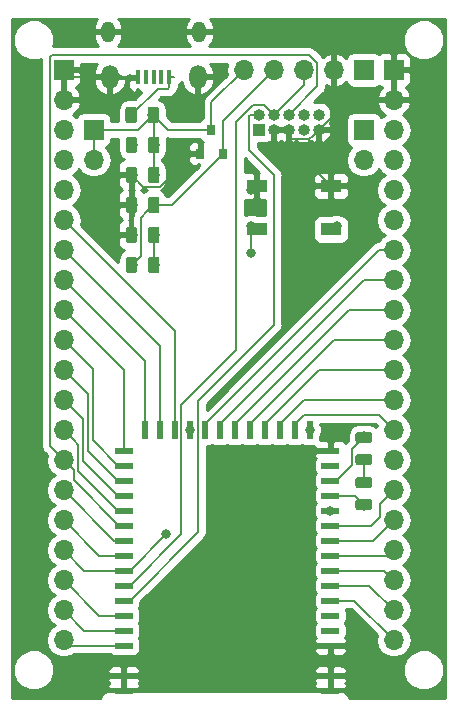
<source format=gbr>
G04 #@! TF.GenerationSoftware,KiCad,Pcbnew,5.0.1*
G04 #@! TF.CreationDate,2019-01-03T14:35:23+01:00*
G04 #@! TF.ProjectId,e73-ab,6537332D61622E6B696361645F706362,rev?*
G04 #@! TF.SameCoordinates,Original*
G04 #@! TF.FileFunction,Copper,L1,Top,Signal*
G04 #@! TF.FilePolarity,Positive*
%FSLAX46Y46*%
G04 Gerber Fmt 4.6, Leading zero omitted, Abs format (unit mm)*
G04 Created by KiCad (PCBNEW 5.0.1) date do 03 jan 2019 14:35:23 CET*
%MOMM*%
%LPD*%
G01*
G04 APERTURE LIST*
G04 #@! TA.AperFunction,SMDPad,CuDef*
%ADD10R,1.800000X1.100000*%
G04 #@! TD*
G04 #@! TA.AperFunction,Conductor*
%ADD11C,0.100000*%
G04 #@! TD*
G04 #@! TA.AperFunction,SMDPad,CuDef*
%ADD12C,0.975000*%
G04 #@! TD*
G04 #@! TA.AperFunction,ComponentPad*
%ADD13R,1.700000X1.700000*%
G04 #@! TD*
G04 #@! TA.AperFunction,ComponentPad*
%ADD14O,1.700000X1.700000*%
G04 #@! TD*
G04 #@! TA.AperFunction,SMDPad,CuDef*
%ADD15R,1.500000X0.500000*%
G04 #@! TD*
G04 #@! TA.AperFunction,SMDPad,CuDef*
%ADD16R,0.500000X1.500000*%
G04 #@! TD*
G04 #@! TA.AperFunction,SMDPad,CuDef*
%ADD17R,0.450000X1.300000*%
G04 #@! TD*
G04 #@! TA.AperFunction,ComponentPad*
%ADD18O,1.450000X2.000000*%
G04 #@! TD*
G04 #@! TA.AperFunction,ComponentPad*
%ADD19O,1.150000X1.800000*%
G04 #@! TD*
G04 #@! TA.AperFunction,SMDPad,CuDef*
%ADD20R,0.800000X0.900000*%
G04 #@! TD*
G04 #@! TA.AperFunction,ComponentPad*
%ADD21R,1.000000X1.000000*%
G04 #@! TD*
G04 #@! TA.AperFunction,ComponentPad*
%ADD22O,1.000000X1.000000*%
G04 #@! TD*
G04 #@! TA.AperFunction,ViaPad*
%ADD23C,0.800000*%
G04 #@! TD*
G04 #@! TA.AperFunction,Conductor*
%ADD24C,0.200000*%
G04 #@! TD*
G04 #@! TA.AperFunction,Conductor*
%ADD25C,0.254000*%
G04 #@! TD*
G04 APERTURE END LIST*
D10*
G04 #@! TO.P,SW1,1*
G04 #@! TO.N,!RST*
X159785000Y-69390000D03*
G04 #@! TO.P,SW1,2*
G04 #@! TO.N,GND*
X159785000Y-65690000D03*
G04 #@! TO.P,SW1,1*
G04 #@! TO.N,!RST*
X153485000Y-69390000D03*
G04 #@! TO.P,SW1,2*
G04 #@! TO.N,GND*
X153485000Y-65690000D03*
G04 #@! TD*
D11*
G04 #@! TO.N,5V*
G04 #@! TO.C,D2*
G36*
X145017642Y-58991174D02*
X145041303Y-58994684D01*
X145064507Y-59000496D01*
X145087029Y-59008554D01*
X145108653Y-59018782D01*
X145129170Y-59031079D01*
X145148383Y-59045329D01*
X145166107Y-59061393D01*
X145182171Y-59079117D01*
X145196421Y-59098330D01*
X145208718Y-59118847D01*
X145218946Y-59140471D01*
X145227004Y-59162993D01*
X145232816Y-59186197D01*
X145236326Y-59209858D01*
X145237500Y-59233750D01*
X145237500Y-60146250D01*
X145236326Y-60170142D01*
X145232816Y-60193803D01*
X145227004Y-60217007D01*
X145218946Y-60239529D01*
X145208718Y-60261153D01*
X145196421Y-60281670D01*
X145182171Y-60300883D01*
X145166107Y-60318607D01*
X145148383Y-60334671D01*
X145129170Y-60348921D01*
X145108653Y-60361218D01*
X145087029Y-60371446D01*
X145064507Y-60379504D01*
X145041303Y-60385316D01*
X145017642Y-60388826D01*
X144993750Y-60390000D01*
X144506250Y-60390000D01*
X144482358Y-60388826D01*
X144458697Y-60385316D01*
X144435493Y-60379504D01*
X144412971Y-60371446D01*
X144391347Y-60361218D01*
X144370830Y-60348921D01*
X144351617Y-60334671D01*
X144333893Y-60318607D01*
X144317829Y-60300883D01*
X144303579Y-60281670D01*
X144291282Y-60261153D01*
X144281054Y-60239529D01*
X144272996Y-60217007D01*
X144267184Y-60193803D01*
X144263674Y-60170142D01*
X144262500Y-60146250D01*
X144262500Y-59233750D01*
X144263674Y-59209858D01*
X144267184Y-59186197D01*
X144272996Y-59162993D01*
X144281054Y-59140471D01*
X144291282Y-59118847D01*
X144303579Y-59098330D01*
X144317829Y-59079117D01*
X144333893Y-59061393D01*
X144351617Y-59045329D01*
X144370830Y-59031079D01*
X144391347Y-59018782D01*
X144412971Y-59008554D01*
X144435493Y-59000496D01*
X144458697Y-58994684D01*
X144482358Y-58991174D01*
X144506250Y-58990000D01*
X144993750Y-58990000D01*
X145017642Y-58991174D01*
X145017642Y-58991174D01*
G37*
D12*
G04 #@! TD*
G04 #@! TO.P,D2,1*
G04 #@! TO.N,5V*
X144750000Y-59690000D03*
D11*
G04 #@! TO.N,VBUS*
G04 #@! TO.C,D2*
G36*
X143142642Y-58991174D02*
X143166303Y-58994684D01*
X143189507Y-59000496D01*
X143212029Y-59008554D01*
X143233653Y-59018782D01*
X143254170Y-59031079D01*
X143273383Y-59045329D01*
X143291107Y-59061393D01*
X143307171Y-59079117D01*
X143321421Y-59098330D01*
X143333718Y-59118847D01*
X143343946Y-59140471D01*
X143352004Y-59162993D01*
X143357816Y-59186197D01*
X143361326Y-59209858D01*
X143362500Y-59233750D01*
X143362500Y-60146250D01*
X143361326Y-60170142D01*
X143357816Y-60193803D01*
X143352004Y-60217007D01*
X143343946Y-60239529D01*
X143333718Y-60261153D01*
X143321421Y-60281670D01*
X143307171Y-60300883D01*
X143291107Y-60318607D01*
X143273383Y-60334671D01*
X143254170Y-60348921D01*
X143233653Y-60361218D01*
X143212029Y-60371446D01*
X143189507Y-60379504D01*
X143166303Y-60385316D01*
X143142642Y-60388826D01*
X143118750Y-60390000D01*
X142631250Y-60390000D01*
X142607358Y-60388826D01*
X142583697Y-60385316D01*
X142560493Y-60379504D01*
X142537971Y-60371446D01*
X142516347Y-60361218D01*
X142495830Y-60348921D01*
X142476617Y-60334671D01*
X142458893Y-60318607D01*
X142442829Y-60300883D01*
X142428579Y-60281670D01*
X142416282Y-60261153D01*
X142406054Y-60239529D01*
X142397996Y-60217007D01*
X142392184Y-60193803D01*
X142388674Y-60170142D01*
X142387500Y-60146250D01*
X142387500Y-59233750D01*
X142388674Y-59209858D01*
X142392184Y-59186197D01*
X142397996Y-59162993D01*
X142406054Y-59140471D01*
X142416282Y-59118847D01*
X142428579Y-59098330D01*
X142442829Y-59079117D01*
X142458893Y-59061393D01*
X142476617Y-59045329D01*
X142495830Y-59031079D01*
X142516347Y-59018782D01*
X142537971Y-59008554D01*
X142560493Y-59000496D01*
X142583697Y-58994684D01*
X142607358Y-58991174D01*
X142631250Y-58990000D01*
X143118750Y-58990000D01*
X143142642Y-58991174D01*
X143142642Y-58991174D01*
G37*
D12*
G04 #@! TD*
G04 #@! TO.P,D2,2*
G04 #@! TO.N,VBUS*
X142875000Y-59690000D03*
D13*
G04 #@! TO.P,J3,1*
G04 #@! TO.N,SWDIO*
X162560000Y-55880000D03*
D14*
G04 #@! TO.P,J3,2*
G04 #@! TO.N,GND*
X160020000Y-55880000D03*
G04 #@! TO.P,J3,3*
G04 #@! TO.N,SWDCLK*
X157480000Y-55880000D03*
G04 #@! TO.P,J3,4*
G04 #@! TO.N,VDD*
X154940000Y-55880000D03*
G04 #@! TO.P,J3,5*
G04 #@! TO.N,5V*
X152400000Y-55880000D03*
G04 #@! TD*
D15*
G04 #@! TO.P,U1,0*
G04 #@! TO.N,GND*
X159740000Y-108430000D03*
G04 #@! TO.P,U1,43*
X142240000Y-108430000D03*
G04 #@! TO.P,U1,42*
X142240000Y-107160000D03*
G04 #@! TO.P,U1,28*
G04 #@! TO.N,13*
X142240000Y-88110000D03*
G04 #@! TO.P,U1,29*
G04 #@! TO.N,14*
X142240000Y-89380000D03*
G04 #@! TO.P,U1,30*
G04 #@! TO.N,15*
X142240000Y-90650000D03*
G04 #@! TO.P,U1,31*
G04 #@! TO.N,16*
X142240000Y-91920000D03*
G04 #@! TO.P,U1,32*
G04 #@! TO.N,17*
X142240000Y-93190000D03*
G04 #@! TO.P,U1,33*
G04 #@! TO.N,18*
X142240000Y-94460000D03*
G04 #@! TO.P,U1,34*
G04 #@! TO.N,19*
X142240000Y-95730000D03*
G04 #@! TO.P,U1,35*
G04 #@! TO.N,20*
X142240000Y-97000000D03*
G04 #@! TO.P,U1,36*
G04 #@! TO.N,21*
X142240000Y-98270000D03*
G04 #@! TO.P,U1,37*
G04 #@! TO.N,SWDCLK*
X142240000Y-99540000D03*
G04 #@! TO.P,U1,38*
G04 #@! TO.N,SWDIO*
X142240000Y-100810000D03*
G04 #@! TO.P,U1,39*
G04 #@! TO.N,22*
X142240000Y-102080000D03*
G04 #@! TO.P,U1,40*
G04 #@! TO.N,23*
X142240000Y-103350000D03*
G04 #@! TO.P,U1,41*
G04 #@! TO.N,24*
X142240000Y-104620000D03*
G04 #@! TO.P,U1,1*
G04 #@! TO.N,GND*
X159740000Y-107160000D03*
G04 #@! TO.P,U1,2*
X159740000Y-104620000D03*
G04 #@! TO.P,U1,3*
G04 #@! TO.N,Net-(U1-Pad3)*
X159740000Y-103350000D03*
G04 #@! TO.P,U1,4*
G04 #@! TO.N,Net-(U1-Pad4)*
X159740000Y-102080000D03*
G04 #@! TO.P,U1,5*
G04 #@! TO.N,25*
X159740000Y-100810000D03*
G04 #@! TO.P,U1,6*
G04 #@! TO.N,26*
X159740000Y-99540000D03*
G04 #@! TO.P,U1,7*
G04 #@! TO.N,27*
X159740000Y-98270000D03*
G04 #@! TO.P,U1,8*
G04 #@! TO.N,28*
X159740000Y-97000000D03*
G04 #@! TO.P,U1,9*
G04 #@! TO.N,29*
X159740000Y-95730000D03*
G04 #@! TO.P,U1,10*
G04 #@! TO.N,30*
X159740000Y-94460000D03*
G04 #@! TO.P,U1,11*
G04 #@! TO.N,31*
X159740000Y-93190000D03*
G04 #@! TO.P,U1,12*
G04 #@! TO.N,Net-(L1-Pad2)*
X159740000Y-91920000D03*
G04 #@! TO.P,U1,13*
G04 #@! TO.N,Net-(L2-Pad1)*
X159740000Y-90650000D03*
G04 #@! TO.P,U1,14*
G04 #@! TO.N,Net-(U1-Pad14)*
X159740000Y-89380000D03*
G04 #@! TO.P,U1,15*
G04 #@! TO.N,GND*
X159740000Y-88110000D03*
D16*
G04 #@! TO.P,U1,16*
G04 #@! TO.N,VDD*
X157980000Y-86360000D03*
G04 #@! TO.P,U1,17*
G04 #@! TO.N,2*
X156710000Y-86360000D03*
G04 #@! TO.P,U1,18*
G04 #@! TO.N,3*
X155440000Y-86360000D03*
G04 #@! TO.P,U1,19*
G04 #@! TO.N,4*
X154170000Y-86360000D03*
G04 #@! TO.P,U1,20*
G04 #@! TO.N,5*
X152900000Y-86360000D03*
G04 #@! TO.P,U1,21*
G04 #@! TO.N,6*
X151630000Y-86360000D03*
G04 #@! TO.P,U1,24*
G04 #@! TO.N,9*
X147820000Y-86360000D03*
G04 #@! TO.P,U1,25*
G04 #@! TO.N,10*
X146550000Y-86360000D03*
G04 #@! TO.P,U1,26*
G04 #@! TO.N,11*
X145280000Y-86360000D03*
G04 #@! TO.P,U1,27*
G04 #@! TO.N,12*
X144010000Y-86360000D03*
G04 #@! TO.P,U1,22*
G04 #@! TO.N,7*
X150360000Y-86360000D03*
G04 #@! TO.P,U1,23*
G04 #@! TO.N,8*
X149090000Y-86360000D03*
G04 #@! TD*
D11*
G04 #@! TO.N,5V*
G04 #@! TO.C,D1*
G36*
X145047642Y-61531174D02*
X145071303Y-61534684D01*
X145094507Y-61540496D01*
X145117029Y-61548554D01*
X145138653Y-61558782D01*
X145159170Y-61571079D01*
X145178383Y-61585329D01*
X145196107Y-61601393D01*
X145212171Y-61619117D01*
X145226421Y-61638330D01*
X145238718Y-61658847D01*
X145248946Y-61680471D01*
X145257004Y-61702993D01*
X145262816Y-61726197D01*
X145266326Y-61749858D01*
X145267500Y-61773750D01*
X145267500Y-62686250D01*
X145266326Y-62710142D01*
X145262816Y-62733803D01*
X145257004Y-62757007D01*
X145248946Y-62779529D01*
X145238718Y-62801153D01*
X145226421Y-62821670D01*
X145212171Y-62840883D01*
X145196107Y-62858607D01*
X145178383Y-62874671D01*
X145159170Y-62888921D01*
X145138653Y-62901218D01*
X145117029Y-62911446D01*
X145094507Y-62919504D01*
X145071303Y-62925316D01*
X145047642Y-62928826D01*
X145023750Y-62930000D01*
X144536250Y-62930000D01*
X144512358Y-62928826D01*
X144488697Y-62925316D01*
X144465493Y-62919504D01*
X144442971Y-62911446D01*
X144421347Y-62901218D01*
X144400830Y-62888921D01*
X144381617Y-62874671D01*
X144363893Y-62858607D01*
X144347829Y-62840883D01*
X144333579Y-62821670D01*
X144321282Y-62801153D01*
X144311054Y-62779529D01*
X144302996Y-62757007D01*
X144297184Y-62733803D01*
X144293674Y-62710142D01*
X144292500Y-62686250D01*
X144292500Y-61773750D01*
X144293674Y-61749858D01*
X144297184Y-61726197D01*
X144302996Y-61702993D01*
X144311054Y-61680471D01*
X144321282Y-61658847D01*
X144333579Y-61638330D01*
X144347829Y-61619117D01*
X144363893Y-61601393D01*
X144381617Y-61585329D01*
X144400830Y-61571079D01*
X144421347Y-61558782D01*
X144442971Y-61548554D01*
X144465493Y-61540496D01*
X144488697Y-61534684D01*
X144512358Y-61531174D01*
X144536250Y-61530000D01*
X145023750Y-61530000D01*
X145047642Y-61531174D01*
X145047642Y-61531174D01*
G37*
D12*
G04 #@! TD*
G04 #@! TO.P,D1,1*
G04 #@! TO.N,5V*
X144780000Y-62230000D03*
D11*
G04 #@! TO.N,VBAT*
G04 #@! TO.C,D1*
G36*
X143172642Y-61531174D02*
X143196303Y-61534684D01*
X143219507Y-61540496D01*
X143242029Y-61548554D01*
X143263653Y-61558782D01*
X143284170Y-61571079D01*
X143303383Y-61585329D01*
X143321107Y-61601393D01*
X143337171Y-61619117D01*
X143351421Y-61638330D01*
X143363718Y-61658847D01*
X143373946Y-61680471D01*
X143382004Y-61702993D01*
X143387816Y-61726197D01*
X143391326Y-61749858D01*
X143392500Y-61773750D01*
X143392500Y-62686250D01*
X143391326Y-62710142D01*
X143387816Y-62733803D01*
X143382004Y-62757007D01*
X143373946Y-62779529D01*
X143363718Y-62801153D01*
X143351421Y-62821670D01*
X143337171Y-62840883D01*
X143321107Y-62858607D01*
X143303383Y-62874671D01*
X143284170Y-62888921D01*
X143263653Y-62901218D01*
X143242029Y-62911446D01*
X143219507Y-62919504D01*
X143196303Y-62925316D01*
X143172642Y-62928826D01*
X143148750Y-62930000D01*
X142661250Y-62930000D01*
X142637358Y-62928826D01*
X142613697Y-62925316D01*
X142590493Y-62919504D01*
X142567971Y-62911446D01*
X142546347Y-62901218D01*
X142525830Y-62888921D01*
X142506617Y-62874671D01*
X142488893Y-62858607D01*
X142472829Y-62840883D01*
X142458579Y-62821670D01*
X142446282Y-62801153D01*
X142436054Y-62779529D01*
X142427996Y-62757007D01*
X142422184Y-62733803D01*
X142418674Y-62710142D01*
X142417500Y-62686250D01*
X142417500Y-61773750D01*
X142418674Y-61749858D01*
X142422184Y-61726197D01*
X142427996Y-61702993D01*
X142436054Y-61680471D01*
X142446282Y-61658847D01*
X142458579Y-61638330D01*
X142472829Y-61619117D01*
X142488893Y-61601393D01*
X142506617Y-61585329D01*
X142525830Y-61571079D01*
X142546347Y-61558782D01*
X142567971Y-61548554D01*
X142590493Y-61540496D01*
X142613697Y-61534684D01*
X142637358Y-61531174D01*
X142661250Y-61530000D01*
X143148750Y-61530000D01*
X143172642Y-61531174D01*
X143172642Y-61531174D01*
G37*
D12*
G04 #@! TD*
G04 #@! TO.P,D1,2*
G04 #@! TO.N,VBAT*
X142905000Y-62230000D03*
D11*
G04 #@! TO.N,VDD*
G04 #@! TO.C,C2*
G36*
X145047642Y-66611174D02*
X145071303Y-66614684D01*
X145094507Y-66620496D01*
X145117029Y-66628554D01*
X145138653Y-66638782D01*
X145159170Y-66651079D01*
X145178383Y-66665329D01*
X145196107Y-66681393D01*
X145212171Y-66699117D01*
X145226421Y-66718330D01*
X145238718Y-66738847D01*
X145248946Y-66760471D01*
X145257004Y-66782993D01*
X145262816Y-66806197D01*
X145266326Y-66829858D01*
X145267500Y-66853750D01*
X145267500Y-67766250D01*
X145266326Y-67790142D01*
X145262816Y-67813803D01*
X145257004Y-67837007D01*
X145248946Y-67859529D01*
X145238718Y-67881153D01*
X145226421Y-67901670D01*
X145212171Y-67920883D01*
X145196107Y-67938607D01*
X145178383Y-67954671D01*
X145159170Y-67968921D01*
X145138653Y-67981218D01*
X145117029Y-67991446D01*
X145094507Y-67999504D01*
X145071303Y-68005316D01*
X145047642Y-68008826D01*
X145023750Y-68010000D01*
X144536250Y-68010000D01*
X144512358Y-68008826D01*
X144488697Y-68005316D01*
X144465493Y-67999504D01*
X144442971Y-67991446D01*
X144421347Y-67981218D01*
X144400830Y-67968921D01*
X144381617Y-67954671D01*
X144363893Y-67938607D01*
X144347829Y-67920883D01*
X144333579Y-67901670D01*
X144321282Y-67881153D01*
X144311054Y-67859529D01*
X144302996Y-67837007D01*
X144297184Y-67813803D01*
X144293674Y-67790142D01*
X144292500Y-67766250D01*
X144292500Y-66853750D01*
X144293674Y-66829858D01*
X144297184Y-66806197D01*
X144302996Y-66782993D01*
X144311054Y-66760471D01*
X144321282Y-66738847D01*
X144333579Y-66718330D01*
X144347829Y-66699117D01*
X144363893Y-66681393D01*
X144381617Y-66665329D01*
X144400830Y-66651079D01*
X144421347Y-66638782D01*
X144442971Y-66628554D01*
X144465493Y-66620496D01*
X144488697Y-66614684D01*
X144512358Y-66611174D01*
X144536250Y-66610000D01*
X145023750Y-66610000D01*
X145047642Y-66611174D01*
X145047642Y-66611174D01*
G37*
D12*
G04 #@! TD*
G04 #@! TO.P,C2,1*
G04 #@! TO.N,VDD*
X144780000Y-67310000D03*
D11*
G04 #@! TO.N,GND*
G04 #@! TO.C,C2*
G36*
X143172642Y-66611174D02*
X143196303Y-66614684D01*
X143219507Y-66620496D01*
X143242029Y-66628554D01*
X143263653Y-66638782D01*
X143284170Y-66651079D01*
X143303383Y-66665329D01*
X143321107Y-66681393D01*
X143337171Y-66699117D01*
X143351421Y-66718330D01*
X143363718Y-66738847D01*
X143373946Y-66760471D01*
X143382004Y-66782993D01*
X143387816Y-66806197D01*
X143391326Y-66829858D01*
X143392500Y-66853750D01*
X143392500Y-67766250D01*
X143391326Y-67790142D01*
X143387816Y-67813803D01*
X143382004Y-67837007D01*
X143373946Y-67859529D01*
X143363718Y-67881153D01*
X143351421Y-67901670D01*
X143337171Y-67920883D01*
X143321107Y-67938607D01*
X143303383Y-67954671D01*
X143284170Y-67968921D01*
X143263653Y-67981218D01*
X143242029Y-67991446D01*
X143219507Y-67999504D01*
X143196303Y-68005316D01*
X143172642Y-68008826D01*
X143148750Y-68010000D01*
X142661250Y-68010000D01*
X142637358Y-68008826D01*
X142613697Y-68005316D01*
X142590493Y-67999504D01*
X142567971Y-67991446D01*
X142546347Y-67981218D01*
X142525830Y-67968921D01*
X142506617Y-67954671D01*
X142488893Y-67938607D01*
X142472829Y-67920883D01*
X142458579Y-67901670D01*
X142446282Y-67881153D01*
X142436054Y-67859529D01*
X142427996Y-67837007D01*
X142422184Y-67813803D01*
X142418674Y-67790142D01*
X142417500Y-67766250D01*
X142417500Y-66853750D01*
X142418674Y-66829858D01*
X142422184Y-66806197D01*
X142427996Y-66782993D01*
X142436054Y-66760471D01*
X142446282Y-66738847D01*
X142458579Y-66718330D01*
X142472829Y-66699117D01*
X142488893Y-66681393D01*
X142506617Y-66665329D01*
X142525830Y-66651079D01*
X142546347Y-66638782D01*
X142567971Y-66628554D01*
X142590493Y-66620496D01*
X142613697Y-66614684D01*
X142637358Y-66611174D01*
X142661250Y-66610000D01*
X143148750Y-66610000D01*
X143172642Y-66611174D01*
X143172642Y-66611174D01*
G37*
D12*
G04 #@! TD*
G04 #@! TO.P,C2,2*
G04 #@! TO.N,GND*
X142905000Y-67310000D03*
D11*
G04 #@! TO.N,GND*
G04 #@! TO.C,C3*
G36*
X143172642Y-69151174D02*
X143196303Y-69154684D01*
X143219507Y-69160496D01*
X143242029Y-69168554D01*
X143263653Y-69178782D01*
X143284170Y-69191079D01*
X143303383Y-69205329D01*
X143321107Y-69221393D01*
X143337171Y-69239117D01*
X143351421Y-69258330D01*
X143363718Y-69278847D01*
X143373946Y-69300471D01*
X143382004Y-69322993D01*
X143387816Y-69346197D01*
X143391326Y-69369858D01*
X143392500Y-69393750D01*
X143392500Y-70306250D01*
X143391326Y-70330142D01*
X143387816Y-70353803D01*
X143382004Y-70377007D01*
X143373946Y-70399529D01*
X143363718Y-70421153D01*
X143351421Y-70441670D01*
X143337171Y-70460883D01*
X143321107Y-70478607D01*
X143303383Y-70494671D01*
X143284170Y-70508921D01*
X143263653Y-70521218D01*
X143242029Y-70531446D01*
X143219507Y-70539504D01*
X143196303Y-70545316D01*
X143172642Y-70548826D01*
X143148750Y-70550000D01*
X142661250Y-70550000D01*
X142637358Y-70548826D01*
X142613697Y-70545316D01*
X142590493Y-70539504D01*
X142567971Y-70531446D01*
X142546347Y-70521218D01*
X142525830Y-70508921D01*
X142506617Y-70494671D01*
X142488893Y-70478607D01*
X142472829Y-70460883D01*
X142458579Y-70441670D01*
X142446282Y-70421153D01*
X142436054Y-70399529D01*
X142427996Y-70377007D01*
X142422184Y-70353803D01*
X142418674Y-70330142D01*
X142417500Y-70306250D01*
X142417500Y-69393750D01*
X142418674Y-69369858D01*
X142422184Y-69346197D01*
X142427996Y-69322993D01*
X142436054Y-69300471D01*
X142446282Y-69278847D01*
X142458579Y-69258330D01*
X142472829Y-69239117D01*
X142488893Y-69221393D01*
X142506617Y-69205329D01*
X142525830Y-69191079D01*
X142546347Y-69178782D01*
X142567971Y-69168554D01*
X142590493Y-69160496D01*
X142613697Y-69154684D01*
X142637358Y-69151174D01*
X142661250Y-69150000D01*
X143148750Y-69150000D01*
X143172642Y-69151174D01*
X143172642Y-69151174D01*
G37*
D12*
G04 #@! TD*
G04 #@! TO.P,C3,2*
G04 #@! TO.N,GND*
X142905000Y-69850000D03*
D11*
G04 #@! TO.N,!RST*
G04 #@! TO.C,C3*
G36*
X145047642Y-69151174D02*
X145071303Y-69154684D01*
X145094507Y-69160496D01*
X145117029Y-69168554D01*
X145138653Y-69178782D01*
X145159170Y-69191079D01*
X145178383Y-69205329D01*
X145196107Y-69221393D01*
X145212171Y-69239117D01*
X145226421Y-69258330D01*
X145238718Y-69278847D01*
X145248946Y-69300471D01*
X145257004Y-69322993D01*
X145262816Y-69346197D01*
X145266326Y-69369858D01*
X145267500Y-69393750D01*
X145267500Y-70306250D01*
X145266326Y-70330142D01*
X145262816Y-70353803D01*
X145257004Y-70377007D01*
X145248946Y-70399529D01*
X145238718Y-70421153D01*
X145226421Y-70441670D01*
X145212171Y-70460883D01*
X145196107Y-70478607D01*
X145178383Y-70494671D01*
X145159170Y-70508921D01*
X145138653Y-70521218D01*
X145117029Y-70531446D01*
X145094507Y-70539504D01*
X145071303Y-70545316D01*
X145047642Y-70548826D01*
X145023750Y-70550000D01*
X144536250Y-70550000D01*
X144512358Y-70548826D01*
X144488697Y-70545316D01*
X144465493Y-70539504D01*
X144442971Y-70531446D01*
X144421347Y-70521218D01*
X144400830Y-70508921D01*
X144381617Y-70494671D01*
X144363893Y-70478607D01*
X144347829Y-70460883D01*
X144333579Y-70441670D01*
X144321282Y-70421153D01*
X144311054Y-70399529D01*
X144302996Y-70377007D01*
X144297184Y-70353803D01*
X144293674Y-70330142D01*
X144292500Y-70306250D01*
X144292500Y-69393750D01*
X144293674Y-69369858D01*
X144297184Y-69346197D01*
X144302996Y-69322993D01*
X144311054Y-69300471D01*
X144321282Y-69278847D01*
X144333579Y-69258330D01*
X144347829Y-69239117D01*
X144363893Y-69221393D01*
X144381617Y-69205329D01*
X144400830Y-69191079D01*
X144421347Y-69178782D01*
X144442971Y-69168554D01*
X144465493Y-69160496D01*
X144488697Y-69154684D01*
X144512358Y-69151174D01*
X144536250Y-69150000D01*
X145023750Y-69150000D01*
X145047642Y-69151174D01*
X145047642Y-69151174D01*
G37*
D12*
G04 #@! TD*
G04 #@! TO.P,C3,1*
G04 #@! TO.N,!RST*
X144780000Y-69850000D03*
D11*
G04 #@! TO.N,5V*
G04 #@! TO.C,C1*
G36*
X145047642Y-64071174D02*
X145071303Y-64074684D01*
X145094507Y-64080496D01*
X145117029Y-64088554D01*
X145138653Y-64098782D01*
X145159170Y-64111079D01*
X145178383Y-64125329D01*
X145196107Y-64141393D01*
X145212171Y-64159117D01*
X145226421Y-64178330D01*
X145238718Y-64198847D01*
X145248946Y-64220471D01*
X145257004Y-64242993D01*
X145262816Y-64266197D01*
X145266326Y-64289858D01*
X145267500Y-64313750D01*
X145267500Y-65226250D01*
X145266326Y-65250142D01*
X145262816Y-65273803D01*
X145257004Y-65297007D01*
X145248946Y-65319529D01*
X145238718Y-65341153D01*
X145226421Y-65361670D01*
X145212171Y-65380883D01*
X145196107Y-65398607D01*
X145178383Y-65414671D01*
X145159170Y-65428921D01*
X145138653Y-65441218D01*
X145117029Y-65451446D01*
X145094507Y-65459504D01*
X145071303Y-65465316D01*
X145047642Y-65468826D01*
X145023750Y-65470000D01*
X144536250Y-65470000D01*
X144512358Y-65468826D01*
X144488697Y-65465316D01*
X144465493Y-65459504D01*
X144442971Y-65451446D01*
X144421347Y-65441218D01*
X144400830Y-65428921D01*
X144381617Y-65414671D01*
X144363893Y-65398607D01*
X144347829Y-65380883D01*
X144333579Y-65361670D01*
X144321282Y-65341153D01*
X144311054Y-65319529D01*
X144302996Y-65297007D01*
X144297184Y-65273803D01*
X144293674Y-65250142D01*
X144292500Y-65226250D01*
X144292500Y-64313750D01*
X144293674Y-64289858D01*
X144297184Y-64266197D01*
X144302996Y-64242993D01*
X144311054Y-64220471D01*
X144321282Y-64198847D01*
X144333579Y-64178330D01*
X144347829Y-64159117D01*
X144363893Y-64141393D01*
X144381617Y-64125329D01*
X144400830Y-64111079D01*
X144421347Y-64098782D01*
X144442971Y-64088554D01*
X144465493Y-64080496D01*
X144488697Y-64074684D01*
X144512358Y-64071174D01*
X144536250Y-64070000D01*
X145023750Y-64070000D01*
X145047642Y-64071174D01*
X145047642Y-64071174D01*
G37*
D12*
G04 #@! TD*
G04 #@! TO.P,C1,1*
G04 #@! TO.N,5V*
X144780000Y-64770000D03*
D11*
G04 #@! TO.N,GND*
G04 #@! TO.C,C1*
G36*
X143172642Y-64071174D02*
X143196303Y-64074684D01*
X143219507Y-64080496D01*
X143242029Y-64088554D01*
X143263653Y-64098782D01*
X143284170Y-64111079D01*
X143303383Y-64125329D01*
X143321107Y-64141393D01*
X143337171Y-64159117D01*
X143351421Y-64178330D01*
X143363718Y-64198847D01*
X143373946Y-64220471D01*
X143382004Y-64242993D01*
X143387816Y-64266197D01*
X143391326Y-64289858D01*
X143392500Y-64313750D01*
X143392500Y-65226250D01*
X143391326Y-65250142D01*
X143387816Y-65273803D01*
X143382004Y-65297007D01*
X143373946Y-65319529D01*
X143363718Y-65341153D01*
X143351421Y-65361670D01*
X143337171Y-65380883D01*
X143321107Y-65398607D01*
X143303383Y-65414671D01*
X143284170Y-65428921D01*
X143263653Y-65441218D01*
X143242029Y-65451446D01*
X143219507Y-65459504D01*
X143196303Y-65465316D01*
X143172642Y-65468826D01*
X143148750Y-65470000D01*
X142661250Y-65470000D01*
X142637358Y-65468826D01*
X142613697Y-65465316D01*
X142590493Y-65459504D01*
X142567971Y-65451446D01*
X142546347Y-65441218D01*
X142525830Y-65428921D01*
X142506617Y-65414671D01*
X142488893Y-65398607D01*
X142472829Y-65380883D01*
X142458579Y-65361670D01*
X142446282Y-65341153D01*
X142436054Y-65319529D01*
X142427996Y-65297007D01*
X142422184Y-65273803D01*
X142418674Y-65250142D01*
X142417500Y-65226250D01*
X142417500Y-64313750D01*
X142418674Y-64289858D01*
X142422184Y-64266197D01*
X142427996Y-64242993D01*
X142436054Y-64220471D01*
X142446282Y-64198847D01*
X142458579Y-64178330D01*
X142472829Y-64159117D01*
X142488893Y-64141393D01*
X142506617Y-64125329D01*
X142525830Y-64111079D01*
X142546347Y-64098782D01*
X142567971Y-64088554D01*
X142590493Y-64080496D01*
X142613697Y-64074684D01*
X142637358Y-64071174D01*
X142661250Y-64070000D01*
X143148750Y-64070000D01*
X143172642Y-64071174D01*
X143172642Y-64071174D01*
G37*
D12*
G04 #@! TD*
G04 #@! TO.P,C1,2*
G04 #@! TO.N,GND*
X142905000Y-64770000D03*
D11*
G04 #@! TO.N,Net-(L1-Pad2)*
G04 #@! TO.C,L1*
G36*
X163040142Y-92193674D02*
X163063803Y-92197184D01*
X163087007Y-92202996D01*
X163109529Y-92211054D01*
X163131153Y-92221282D01*
X163151670Y-92233579D01*
X163170883Y-92247829D01*
X163188607Y-92263893D01*
X163204671Y-92281617D01*
X163218921Y-92300830D01*
X163231218Y-92321347D01*
X163241446Y-92342971D01*
X163249504Y-92365493D01*
X163255316Y-92388697D01*
X163258826Y-92412358D01*
X163260000Y-92436250D01*
X163260000Y-92923750D01*
X163258826Y-92947642D01*
X163255316Y-92971303D01*
X163249504Y-92994507D01*
X163241446Y-93017029D01*
X163231218Y-93038653D01*
X163218921Y-93059170D01*
X163204671Y-93078383D01*
X163188607Y-93096107D01*
X163170883Y-93112171D01*
X163151670Y-93126421D01*
X163131153Y-93138718D01*
X163109529Y-93148946D01*
X163087007Y-93157004D01*
X163063803Y-93162816D01*
X163040142Y-93166326D01*
X163016250Y-93167500D01*
X162103750Y-93167500D01*
X162079858Y-93166326D01*
X162056197Y-93162816D01*
X162032993Y-93157004D01*
X162010471Y-93148946D01*
X161988847Y-93138718D01*
X161968330Y-93126421D01*
X161949117Y-93112171D01*
X161931393Y-93096107D01*
X161915329Y-93078383D01*
X161901079Y-93059170D01*
X161888782Y-93038653D01*
X161878554Y-93017029D01*
X161870496Y-92994507D01*
X161864684Y-92971303D01*
X161861174Y-92947642D01*
X161860000Y-92923750D01*
X161860000Y-92436250D01*
X161861174Y-92412358D01*
X161864684Y-92388697D01*
X161870496Y-92365493D01*
X161878554Y-92342971D01*
X161888782Y-92321347D01*
X161901079Y-92300830D01*
X161915329Y-92281617D01*
X161931393Y-92263893D01*
X161949117Y-92247829D01*
X161968330Y-92233579D01*
X161988847Y-92221282D01*
X162010471Y-92211054D01*
X162032993Y-92202996D01*
X162056197Y-92197184D01*
X162079858Y-92193674D01*
X162103750Y-92192500D01*
X163016250Y-92192500D01*
X163040142Y-92193674D01*
X163040142Y-92193674D01*
G37*
D12*
G04 #@! TD*
G04 #@! TO.P,L1,2*
G04 #@! TO.N,Net-(L1-Pad2)*
X162560000Y-92680000D03*
D11*
G04 #@! TO.N,Net-(L1-Pad1)*
G04 #@! TO.C,L1*
G36*
X163040142Y-90318674D02*
X163063803Y-90322184D01*
X163087007Y-90327996D01*
X163109529Y-90336054D01*
X163131153Y-90346282D01*
X163151670Y-90358579D01*
X163170883Y-90372829D01*
X163188607Y-90388893D01*
X163204671Y-90406617D01*
X163218921Y-90425830D01*
X163231218Y-90446347D01*
X163241446Y-90467971D01*
X163249504Y-90490493D01*
X163255316Y-90513697D01*
X163258826Y-90537358D01*
X163260000Y-90561250D01*
X163260000Y-91048750D01*
X163258826Y-91072642D01*
X163255316Y-91096303D01*
X163249504Y-91119507D01*
X163241446Y-91142029D01*
X163231218Y-91163653D01*
X163218921Y-91184170D01*
X163204671Y-91203383D01*
X163188607Y-91221107D01*
X163170883Y-91237171D01*
X163151670Y-91251421D01*
X163131153Y-91263718D01*
X163109529Y-91273946D01*
X163087007Y-91282004D01*
X163063803Y-91287816D01*
X163040142Y-91291326D01*
X163016250Y-91292500D01*
X162103750Y-91292500D01*
X162079858Y-91291326D01*
X162056197Y-91287816D01*
X162032993Y-91282004D01*
X162010471Y-91273946D01*
X161988847Y-91263718D01*
X161968330Y-91251421D01*
X161949117Y-91237171D01*
X161931393Y-91221107D01*
X161915329Y-91203383D01*
X161901079Y-91184170D01*
X161888782Y-91163653D01*
X161878554Y-91142029D01*
X161870496Y-91119507D01*
X161864684Y-91096303D01*
X161861174Y-91072642D01*
X161860000Y-91048750D01*
X161860000Y-90561250D01*
X161861174Y-90537358D01*
X161864684Y-90513697D01*
X161870496Y-90490493D01*
X161878554Y-90467971D01*
X161888782Y-90446347D01*
X161901079Y-90425830D01*
X161915329Y-90406617D01*
X161931393Y-90388893D01*
X161949117Y-90372829D01*
X161968330Y-90358579D01*
X161988847Y-90346282D01*
X162010471Y-90336054D01*
X162032993Y-90327996D01*
X162056197Y-90322184D01*
X162079858Y-90318674D01*
X162103750Y-90317500D01*
X163016250Y-90317500D01*
X163040142Y-90318674D01*
X163040142Y-90318674D01*
G37*
D12*
G04 #@! TD*
G04 #@! TO.P,L1,1*
G04 #@! TO.N,Net-(L1-Pad1)*
X162560000Y-90805000D03*
D11*
G04 #@! TO.N,Net-(L2-Pad1)*
G04 #@! TO.C,L2*
G36*
X163040142Y-86508674D02*
X163063803Y-86512184D01*
X163087007Y-86517996D01*
X163109529Y-86526054D01*
X163131153Y-86536282D01*
X163151670Y-86548579D01*
X163170883Y-86562829D01*
X163188607Y-86578893D01*
X163204671Y-86596617D01*
X163218921Y-86615830D01*
X163231218Y-86636347D01*
X163241446Y-86657971D01*
X163249504Y-86680493D01*
X163255316Y-86703697D01*
X163258826Y-86727358D01*
X163260000Y-86751250D01*
X163260000Y-87238750D01*
X163258826Y-87262642D01*
X163255316Y-87286303D01*
X163249504Y-87309507D01*
X163241446Y-87332029D01*
X163231218Y-87353653D01*
X163218921Y-87374170D01*
X163204671Y-87393383D01*
X163188607Y-87411107D01*
X163170883Y-87427171D01*
X163151670Y-87441421D01*
X163131153Y-87453718D01*
X163109529Y-87463946D01*
X163087007Y-87472004D01*
X163063803Y-87477816D01*
X163040142Y-87481326D01*
X163016250Y-87482500D01*
X162103750Y-87482500D01*
X162079858Y-87481326D01*
X162056197Y-87477816D01*
X162032993Y-87472004D01*
X162010471Y-87463946D01*
X161988847Y-87453718D01*
X161968330Y-87441421D01*
X161949117Y-87427171D01*
X161931393Y-87411107D01*
X161915329Y-87393383D01*
X161901079Y-87374170D01*
X161888782Y-87353653D01*
X161878554Y-87332029D01*
X161870496Y-87309507D01*
X161864684Y-87286303D01*
X161861174Y-87262642D01*
X161860000Y-87238750D01*
X161860000Y-86751250D01*
X161861174Y-86727358D01*
X161864684Y-86703697D01*
X161870496Y-86680493D01*
X161878554Y-86657971D01*
X161888782Y-86636347D01*
X161901079Y-86615830D01*
X161915329Y-86596617D01*
X161931393Y-86578893D01*
X161949117Y-86562829D01*
X161968330Y-86548579D01*
X161988847Y-86536282D01*
X162010471Y-86526054D01*
X162032993Y-86517996D01*
X162056197Y-86512184D01*
X162079858Y-86508674D01*
X162103750Y-86507500D01*
X163016250Y-86507500D01*
X163040142Y-86508674D01*
X163040142Y-86508674D01*
G37*
D12*
G04 #@! TD*
G04 #@! TO.P,L2,1*
G04 #@! TO.N,Net-(L2-Pad1)*
X162560000Y-86995000D03*
D11*
G04 #@! TO.N,Net-(L1-Pad1)*
G04 #@! TO.C,L2*
G36*
X163040142Y-88383674D02*
X163063803Y-88387184D01*
X163087007Y-88392996D01*
X163109529Y-88401054D01*
X163131153Y-88411282D01*
X163151670Y-88423579D01*
X163170883Y-88437829D01*
X163188607Y-88453893D01*
X163204671Y-88471617D01*
X163218921Y-88490830D01*
X163231218Y-88511347D01*
X163241446Y-88532971D01*
X163249504Y-88555493D01*
X163255316Y-88578697D01*
X163258826Y-88602358D01*
X163260000Y-88626250D01*
X163260000Y-89113750D01*
X163258826Y-89137642D01*
X163255316Y-89161303D01*
X163249504Y-89184507D01*
X163241446Y-89207029D01*
X163231218Y-89228653D01*
X163218921Y-89249170D01*
X163204671Y-89268383D01*
X163188607Y-89286107D01*
X163170883Y-89302171D01*
X163151670Y-89316421D01*
X163131153Y-89328718D01*
X163109529Y-89338946D01*
X163087007Y-89347004D01*
X163063803Y-89352816D01*
X163040142Y-89356326D01*
X163016250Y-89357500D01*
X162103750Y-89357500D01*
X162079858Y-89356326D01*
X162056197Y-89352816D01*
X162032993Y-89347004D01*
X162010471Y-89338946D01*
X161988847Y-89328718D01*
X161968330Y-89316421D01*
X161949117Y-89302171D01*
X161931393Y-89286107D01*
X161915329Y-89268383D01*
X161901079Y-89249170D01*
X161888782Y-89228653D01*
X161878554Y-89207029D01*
X161870496Y-89184507D01*
X161864684Y-89161303D01*
X161861174Y-89137642D01*
X161860000Y-89113750D01*
X161860000Y-88626250D01*
X161861174Y-88602358D01*
X161864684Y-88578697D01*
X161870496Y-88555493D01*
X161878554Y-88532971D01*
X161888782Y-88511347D01*
X161901079Y-88490830D01*
X161915329Y-88471617D01*
X161931393Y-88453893D01*
X161949117Y-88437829D01*
X161968330Y-88423579D01*
X161988847Y-88411282D01*
X162010471Y-88401054D01*
X162032993Y-88392996D01*
X162056197Y-88387184D01*
X162079858Y-88383674D01*
X162103750Y-88382500D01*
X163016250Y-88382500D01*
X163040142Y-88383674D01*
X163040142Y-88383674D01*
G37*
D12*
G04 #@! TD*
G04 #@! TO.P,L2,2*
G04 #@! TO.N,Net-(L1-Pad1)*
X162560000Y-88870000D03*
D11*
G04 #@! TO.N,VDD*
G04 #@! TO.C,R1*
G36*
X143172642Y-71691174D02*
X143196303Y-71694684D01*
X143219507Y-71700496D01*
X143242029Y-71708554D01*
X143263653Y-71718782D01*
X143284170Y-71731079D01*
X143303383Y-71745329D01*
X143321107Y-71761393D01*
X143337171Y-71779117D01*
X143351421Y-71798330D01*
X143363718Y-71818847D01*
X143373946Y-71840471D01*
X143382004Y-71862993D01*
X143387816Y-71886197D01*
X143391326Y-71909858D01*
X143392500Y-71933750D01*
X143392500Y-72846250D01*
X143391326Y-72870142D01*
X143387816Y-72893803D01*
X143382004Y-72917007D01*
X143373946Y-72939529D01*
X143363718Y-72961153D01*
X143351421Y-72981670D01*
X143337171Y-73000883D01*
X143321107Y-73018607D01*
X143303383Y-73034671D01*
X143284170Y-73048921D01*
X143263653Y-73061218D01*
X143242029Y-73071446D01*
X143219507Y-73079504D01*
X143196303Y-73085316D01*
X143172642Y-73088826D01*
X143148750Y-73090000D01*
X142661250Y-73090000D01*
X142637358Y-73088826D01*
X142613697Y-73085316D01*
X142590493Y-73079504D01*
X142567971Y-73071446D01*
X142546347Y-73061218D01*
X142525830Y-73048921D01*
X142506617Y-73034671D01*
X142488893Y-73018607D01*
X142472829Y-73000883D01*
X142458579Y-72981670D01*
X142446282Y-72961153D01*
X142436054Y-72939529D01*
X142427996Y-72917007D01*
X142422184Y-72893803D01*
X142418674Y-72870142D01*
X142417500Y-72846250D01*
X142417500Y-71933750D01*
X142418674Y-71909858D01*
X142422184Y-71886197D01*
X142427996Y-71862993D01*
X142436054Y-71840471D01*
X142446282Y-71818847D01*
X142458579Y-71798330D01*
X142472829Y-71779117D01*
X142488893Y-71761393D01*
X142506617Y-71745329D01*
X142525830Y-71731079D01*
X142546347Y-71718782D01*
X142567971Y-71708554D01*
X142590493Y-71700496D01*
X142613697Y-71694684D01*
X142637358Y-71691174D01*
X142661250Y-71690000D01*
X143148750Y-71690000D01*
X143172642Y-71691174D01*
X143172642Y-71691174D01*
G37*
D12*
G04 #@! TD*
G04 #@! TO.P,R1,1*
G04 #@! TO.N,VDD*
X142905000Y-72390000D03*
D11*
G04 #@! TO.N,!RST*
G04 #@! TO.C,R1*
G36*
X145047642Y-71691174D02*
X145071303Y-71694684D01*
X145094507Y-71700496D01*
X145117029Y-71708554D01*
X145138653Y-71718782D01*
X145159170Y-71731079D01*
X145178383Y-71745329D01*
X145196107Y-71761393D01*
X145212171Y-71779117D01*
X145226421Y-71798330D01*
X145238718Y-71818847D01*
X145248946Y-71840471D01*
X145257004Y-71862993D01*
X145262816Y-71886197D01*
X145266326Y-71909858D01*
X145267500Y-71933750D01*
X145267500Y-72846250D01*
X145266326Y-72870142D01*
X145262816Y-72893803D01*
X145257004Y-72917007D01*
X145248946Y-72939529D01*
X145238718Y-72961153D01*
X145226421Y-72981670D01*
X145212171Y-73000883D01*
X145196107Y-73018607D01*
X145178383Y-73034671D01*
X145159170Y-73048921D01*
X145138653Y-73061218D01*
X145117029Y-73071446D01*
X145094507Y-73079504D01*
X145071303Y-73085316D01*
X145047642Y-73088826D01*
X145023750Y-73090000D01*
X144536250Y-73090000D01*
X144512358Y-73088826D01*
X144488697Y-73085316D01*
X144465493Y-73079504D01*
X144442971Y-73071446D01*
X144421347Y-73061218D01*
X144400830Y-73048921D01*
X144381617Y-73034671D01*
X144363893Y-73018607D01*
X144347829Y-73000883D01*
X144333579Y-72981670D01*
X144321282Y-72961153D01*
X144311054Y-72939529D01*
X144302996Y-72917007D01*
X144297184Y-72893803D01*
X144293674Y-72870142D01*
X144292500Y-72846250D01*
X144292500Y-71933750D01*
X144293674Y-71909858D01*
X144297184Y-71886197D01*
X144302996Y-71862993D01*
X144311054Y-71840471D01*
X144321282Y-71818847D01*
X144333579Y-71798330D01*
X144347829Y-71779117D01*
X144363893Y-71761393D01*
X144381617Y-71745329D01*
X144400830Y-71731079D01*
X144421347Y-71718782D01*
X144442971Y-71708554D01*
X144465493Y-71700496D01*
X144488697Y-71694684D01*
X144512358Y-71691174D01*
X144536250Y-71690000D01*
X145023750Y-71690000D01*
X145047642Y-71691174D01*
X145047642Y-71691174D01*
G37*
D12*
G04 #@! TD*
G04 #@! TO.P,R1,2*
G04 #@! TO.N,!RST*
X144780000Y-72390000D03*
D17*
G04 #@! TO.P,J4,1*
G04 #@! TO.N,VBUS*
X146080000Y-56510000D03*
G04 #@! TO.P,J4,2*
G04 #@! TO.N,Net-(J4-Pad2)*
X145430000Y-56510000D03*
G04 #@! TO.P,J4,3*
G04 #@! TO.N,Net-(J4-Pad3)*
X144780000Y-56510000D03*
G04 #@! TO.P,J4,4*
G04 #@! TO.N,Net-(J4-Pad4)*
X144130000Y-56510000D03*
G04 #@! TO.P,J4,5*
G04 #@! TO.N,GND*
X143480000Y-56510000D03*
D18*
G04 #@! TO.P,J4,6*
X148505000Y-56460000D03*
X141055000Y-56460000D03*
D19*
X148655000Y-52660000D03*
X140905000Y-52660000D03*
G04 #@! TD*
D20*
G04 #@! TO.P,U2,1*
G04 #@! TO.N,GND*
X148722000Y-62960000D03*
G04 #@! TO.P,U2,2*
G04 #@! TO.N,VDD*
X150622000Y-62960000D03*
G04 #@! TO.P,U2,3*
G04 #@! TO.N,5V*
X149672000Y-60960000D03*
G04 #@! TD*
D14*
G04 #@! TO.P,J8,2*
G04 #@! TO.N,5V*
X139700000Y-63500000D03*
D13*
G04 #@! TO.P,J8,1*
X139700000Y-60960000D03*
G04 #@! TD*
G04 #@! TO.P,J7,1*
G04 #@! TO.N,VBAT*
X162560000Y-60960000D03*
D14*
G04 #@! TO.P,J7,2*
X162560000Y-63500000D03*
G04 #@! TD*
D13*
G04 #@! TO.P,J1,1*
G04 #@! TO.N,GND*
X165100000Y-55880000D03*
D14*
G04 #@! TO.P,J1,2*
X165100000Y-58420000D03*
G04 #@! TO.P,J1,3*
G04 #@! TO.N,VDD*
X165100000Y-60960000D03*
G04 #@! TO.P,J1,4*
X165100000Y-63500000D03*
G04 #@! TO.P,J1,5*
G04 #@! TO.N,Net-(J1-Pad5)*
X165100000Y-66040000D03*
G04 #@! TO.P,J1,6*
G04 #@! TO.N,9*
X165100000Y-68580000D03*
G04 #@! TO.P,J1,7*
G04 #@! TO.N,8*
X165100000Y-71120000D03*
G04 #@! TO.P,J1,8*
G04 #@! TO.N,7*
X165100000Y-73660000D03*
G04 #@! TO.P,J1,9*
G04 #@! TO.N,6*
X165100000Y-76200000D03*
G04 #@! TO.P,J1,10*
G04 #@! TO.N,5*
X165100000Y-78740000D03*
G04 #@! TO.P,J1,11*
G04 #@! TO.N,4*
X165100000Y-81280000D03*
G04 #@! TO.P,J1,12*
G04 #@! TO.N,3*
X165100000Y-83820000D03*
G04 #@! TO.P,J1,13*
G04 #@! TO.N,2*
X165100000Y-86360000D03*
G04 #@! TO.P,J1,14*
G04 #@! TO.N,31*
X165100000Y-88900000D03*
G04 #@! TO.P,J1,15*
G04 #@! TO.N,30*
X165100000Y-91440000D03*
G04 #@! TO.P,J1,16*
G04 #@! TO.N,29*
X165100000Y-93980000D03*
G04 #@! TO.P,J1,17*
G04 #@! TO.N,28*
X165100000Y-96520000D03*
G04 #@! TO.P,J1,18*
G04 #@! TO.N,27*
X165100000Y-99060000D03*
G04 #@! TO.P,J1,19*
G04 #@! TO.N,26*
X165100000Y-101600000D03*
G04 #@! TO.P,J1,20*
G04 #@! TO.N,25*
X165100000Y-104140000D03*
G04 #@! TD*
G04 #@! TO.P,J2,20*
G04 #@! TO.N,24*
X137160000Y-104140000D03*
G04 #@! TO.P,J2,19*
G04 #@! TO.N,23*
X137160000Y-101600000D03*
G04 #@! TO.P,J2,18*
G04 #@! TO.N,22*
X137160000Y-99060000D03*
G04 #@! TO.P,J2,17*
G04 #@! TO.N,21*
X137160000Y-96520000D03*
G04 #@! TO.P,J2,16*
G04 #@! TO.N,20*
X137160000Y-93980000D03*
G04 #@! TO.P,J2,15*
G04 #@! TO.N,19*
X137160000Y-91440000D03*
G04 #@! TO.P,J2,14*
G04 #@! TO.N,18*
X137160000Y-88900000D03*
G04 #@! TO.P,J2,13*
G04 #@! TO.N,17*
X137160000Y-86360000D03*
G04 #@! TO.P,J2,12*
G04 #@! TO.N,16*
X137160000Y-83820000D03*
G04 #@! TO.P,J2,11*
G04 #@! TO.N,15*
X137160000Y-81280000D03*
G04 #@! TO.P,J2,10*
G04 #@! TO.N,14*
X137160000Y-78740000D03*
G04 #@! TO.P,J2,9*
G04 #@! TO.N,13*
X137160000Y-76200000D03*
G04 #@! TO.P,J2,8*
G04 #@! TO.N,12*
X137160000Y-73660000D03*
G04 #@! TO.P,J2,7*
G04 #@! TO.N,11*
X137160000Y-71120000D03*
G04 #@! TO.P,J2,6*
G04 #@! TO.N,10*
X137160000Y-68580000D03*
G04 #@! TO.P,J2,5*
G04 #@! TO.N,Net-(J2-Pad5)*
X137160000Y-66040000D03*
G04 #@! TO.P,J2,4*
G04 #@! TO.N,VDD*
X137160000Y-63500000D03*
G04 #@! TO.P,J2,3*
X137160000Y-60960000D03*
G04 #@! TO.P,J2,2*
G04 #@! TO.N,GND*
X137160000Y-58420000D03*
D13*
G04 #@! TO.P,J2,1*
X137160000Y-55880000D03*
G04 #@! TD*
D21*
G04 #@! TO.P,J6,1*
G04 #@! TO.N,VDD*
X153670000Y-60960000D03*
D22*
G04 #@! TO.P,J6,2*
G04 #@! TO.N,SWDIO*
X153670000Y-59690000D03*
G04 #@! TO.P,J6,3*
G04 #@! TO.N,GND*
X154940000Y-60960000D03*
G04 #@! TO.P,J6,4*
G04 #@! TO.N,SWDCLK*
X154940000Y-59690000D03*
G04 #@! TO.P,J6,5*
G04 #@! TO.N,GND*
X156210000Y-60960000D03*
G04 #@! TO.P,J6,6*
G04 #@! TO.N,18*
X156210000Y-59690000D03*
G04 #@! TO.P,J6,7*
G04 #@! TO.N,Net-(J6-Pad7)*
X157480000Y-60960000D03*
G04 #@! TO.P,J6,8*
G04 #@! TO.N,Net-(J6-Pad8)*
X157480000Y-59690000D03*
G04 #@! TO.P,J6,9*
G04 #@! TO.N,GND*
X158750000Y-60960000D03*
G04 #@! TO.P,J6,10*
G04 #@! TO.N,!RST*
X158750000Y-59690000D03*
G04 #@! TD*
D23*
G04 #@! TO.N,VDD*
X157988000Y-86360000D03*
G04 #@! TO.N,GND*
X153035000Y-66040000D03*
X147828000Y-64262000D03*
G04 #@! TO.N,9*
X147828000Y-86360000D03*
G04 #@! TO.N,31*
X159740600Y-93192600D03*
G04 #@! TO.N,!RST*
X160274000Y-69088000D03*
X153035000Y-69088000D03*
X144780000Y-72390000D03*
X153035000Y-71374000D03*
G04 #@! TO.N,21*
X145830001Y-95179999D03*
G04 #@! TO.N,VBAT*
X142875000Y-62230000D03*
G04 #@! TD*
D24*
G04 #@! TO.N,VDD*
X144223763Y-67866237D02*
X144780000Y-67310000D01*
X143692510Y-68397490D02*
X144223763Y-67866237D01*
X143692510Y-71602490D02*
X143692510Y-68397490D01*
X142905000Y-72390000D02*
X143692510Y-71602490D01*
X150622000Y-63010000D02*
X150622000Y-62960000D01*
X146322000Y-67310000D02*
X150622000Y-63010000D01*
X144780000Y-67310000D02*
X146322000Y-67310000D01*
X150622000Y-60198000D02*
X154940000Y-55880000D01*
X150622000Y-62960000D02*
X150622000Y-60198000D01*
G04 #@! TO.N,GND*
X154260000Y-52660000D02*
X148655000Y-52660000D01*
X154940000Y-60960000D02*
X156210000Y-60960000D01*
X158250001Y-61459999D02*
X158750000Y-60960000D01*
X157949999Y-61760001D02*
X158250001Y-61459999D01*
X156302895Y-61760001D02*
X157949999Y-61760001D01*
X156210000Y-61667106D02*
X156302895Y-61760001D01*
X156210000Y-60960000D02*
X156210000Y-61667106D01*
X159766000Y-59944000D02*
X159766000Y-58166000D01*
X158750000Y-60960000D02*
X159766000Y-59944000D01*
X148655000Y-52660000D02*
X140905000Y-52660000D01*
X141105000Y-56510000D02*
X141055000Y-56460000D01*
X143480000Y-56510000D02*
X141105000Y-56510000D01*
X157949999Y-63854999D02*
X157949999Y-61760001D01*
X160135000Y-66040000D02*
X157949999Y-63854999D01*
X160235000Y-66040000D02*
X160135000Y-66040000D01*
X137740000Y-56460000D02*
X137160000Y-55880000D01*
X141055000Y-56460000D02*
X137740000Y-56460000D01*
X160020000Y-57912000D02*
X160020000Y-55880000D01*
X159766000Y-58166000D02*
X160020000Y-57912000D01*
X143905010Y-65770010D02*
X145311990Y-65770010D01*
X148122000Y-62960000D02*
X148722000Y-62960000D01*
X145311990Y-65770010D02*
X148122000Y-62960000D01*
X142905000Y-64770000D02*
X143905010Y-65770010D01*
G04 #@! TO.N,5V*
X139700000Y-63500000D02*
X139700000Y-60960000D01*
X144780000Y-64770000D02*
X144780000Y-62230000D01*
X144780000Y-59720000D02*
X144750000Y-59690000D01*
X144780000Y-62230000D02*
X144780000Y-59720000D01*
X143480000Y-60960000D02*
X139700000Y-60960000D01*
X144750000Y-59690000D02*
X143480000Y-60960000D01*
X146020000Y-60960000D02*
X144750000Y-59690000D01*
X149672000Y-60960000D02*
X146020000Y-60960000D01*
X149672000Y-58608000D02*
X152400000Y-55880000D01*
X149672000Y-60960000D02*
X149672000Y-58608000D01*
G04 #@! TO.N,SWDIO*
X148539999Y-95010001D02*
X148539999Y-83870001D01*
X142240000Y-100810000D02*
X142740000Y-100810000D01*
X142740000Y-100810000D02*
X148539999Y-95010001D01*
X148539999Y-83870001D02*
X154940000Y-77470000D01*
X154940000Y-77470000D02*
X154940000Y-64770000D01*
X152962894Y-59690000D02*
X153670000Y-59690000D01*
X152869999Y-62699999D02*
X152869999Y-59782895D01*
X152869999Y-59782895D02*
X152962894Y-59690000D01*
X154940000Y-64770000D02*
X152869999Y-62699999D01*
G04 #@! TO.N,SWDCLK*
X154940000Y-59690000D02*
X154139999Y-58889999D01*
X154139999Y-58889999D02*
X153197196Y-58889999D01*
X151765000Y-79570002D02*
X151765000Y-60322195D01*
X153197196Y-58889999D02*
X151765000Y-60322195D01*
X142240000Y-99540000D02*
X142740000Y-99540000D01*
X142740000Y-99540000D02*
X147100001Y-95179999D01*
X147100001Y-95179999D02*
X147100001Y-84235001D01*
X147100001Y-84235001D02*
X151765000Y-79570002D01*
X157480000Y-57150000D02*
X154940000Y-59690000D01*
X157480000Y-55880000D02*
X157480000Y-57150000D01*
G04 #@! TO.N,Net-(L1-Pad1)*
X162560000Y-88870000D02*
X162560000Y-90805000D01*
G04 #@! TO.N,Net-(L1-Pad2)*
X161800000Y-91920000D02*
X159740000Y-91920000D01*
X162560000Y-92680000D02*
X161800000Y-91920000D01*
G04 #@! TO.N,Net-(L2-Pad1)*
X159240000Y-90650000D02*
X159740000Y-90650000D01*
X162003763Y-87551237D02*
X162560000Y-86995000D01*
X161559990Y-87995010D02*
X162003763Y-87551237D01*
X160240000Y-90650000D02*
X161559990Y-89330010D01*
X161559990Y-89330010D02*
X161559990Y-87995010D01*
X159740000Y-90650000D02*
X160240000Y-90650000D01*
G04 #@! TO.N,8*
X149090000Y-85860000D02*
X163830000Y-71120000D01*
X163897919Y-71120000D02*
X165100000Y-71120000D01*
X163830000Y-71120000D02*
X163897919Y-71120000D01*
X149090000Y-86360000D02*
X149090000Y-85860000D01*
G04 #@! TO.N,7*
X163897919Y-73660000D02*
X165100000Y-73660000D01*
X162560000Y-73660000D02*
X163897919Y-73660000D01*
X150360000Y-85860000D02*
X162560000Y-73660000D01*
X150360000Y-86360000D02*
X150360000Y-85860000D01*
G04 #@! TO.N,6*
X163897919Y-76200000D02*
X165100000Y-76200000D01*
X161290000Y-76200000D02*
X163897919Y-76200000D01*
X151630000Y-85860000D02*
X161290000Y-76200000D01*
X151630000Y-86360000D02*
X151630000Y-85860000D01*
G04 #@! TO.N,5*
X163897919Y-78740000D02*
X165100000Y-78740000D01*
X160020000Y-78740000D02*
X163897919Y-78740000D01*
X152900000Y-85860000D02*
X160020000Y-78740000D01*
X152900000Y-86360000D02*
X152900000Y-85860000D01*
G04 #@! TO.N,4*
X163897919Y-81280000D02*
X165100000Y-81280000D01*
X154170000Y-85860000D02*
X158750000Y-81280000D01*
X158750000Y-81280000D02*
X163897919Y-81280000D01*
X154170000Y-86360000D02*
X154170000Y-85860000D01*
G04 #@! TO.N,3*
X157480000Y-83820000D02*
X163897919Y-83820000D01*
X163897919Y-83820000D02*
X165100000Y-83820000D01*
X155440000Y-85860000D02*
X157480000Y-83820000D01*
X155440000Y-86360000D02*
X155440000Y-85860000D01*
G04 #@! TO.N,2*
X156710000Y-85860000D02*
X157480000Y-85090000D01*
X156710000Y-86360000D02*
X156710000Y-85860000D01*
X163830000Y-85090000D02*
X165100000Y-86360000D01*
X157480000Y-85090000D02*
X163830000Y-85090000D01*
G04 #@! TO.N,30*
X163949999Y-92590001D02*
X163949999Y-93707601D01*
X165100000Y-91440000D02*
X163949999Y-92590001D01*
X163197600Y-94460000D02*
X162153600Y-94460000D01*
X163949999Y-93707601D02*
X163197600Y-94460000D01*
X159740000Y-94460000D02*
X162153600Y-94460000D01*
X162153600Y-94460000D02*
X162248994Y-94460000D01*
G04 #@! TO.N,29*
X163350000Y-95730000D02*
X165100000Y-93980000D01*
X159740000Y-95730000D02*
X163350000Y-95730000D01*
G04 #@! TO.N,28*
X164620000Y-97000000D02*
X165100000Y-96520000D01*
X159740000Y-97000000D02*
X164620000Y-97000000D01*
G04 #@! TO.N,27*
X164310000Y-98270000D02*
X165100000Y-99060000D01*
X159740000Y-98270000D02*
X164310000Y-98270000D01*
G04 #@! TO.N,26*
X163040000Y-99540000D02*
X165100000Y-101600000D01*
X159740000Y-99540000D02*
X163040000Y-99540000D01*
G04 #@! TO.N,25*
X161770000Y-100810000D02*
X165100000Y-104140000D01*
X159740000Y-100810000D02*
X161770000Y-100810000D01*
G04 #@! TO.N,24*
X137640000Y-104620000D02*
X137160000Y-104140000D01*
X142240000Y-104620000D02*
X137640000Y-104620000D01*
G04 #@! TO.N,23*
X138910000Y-103350000D02*
X137160000Y-101600000D01*
X142240000Y-103350000D02*
X138910000Y-103350000D01*
G04 #@! TO.N,22*
X140180000Y-102080000D02*
X137160000Y-99060000D01*
X142240000Y-102080000D02*
X140180000Y-102080000D01*
G04 #@! TO.N,20*
X140180000Y-97000000D02*
X137160000Y-93980000D01*
X142240000Y-97000000D02*
X140180000Y-97000000D01*
G04 #@! TO.N,19*
X141450000Y-95730000D02*
X137160000Y-91440000D01*
X142240000Y-95730000D02*
X141450000Y-95730000D01*
G04 #@! TO.N,18*
X142240000Y-94460000D02*
X142740000Y-94460000D01*
X136310001Y-88050001D02*
X137160000Y-88900000D01*
X136009999Y-54789999D02*
X136009999Y-87749999D01*
X136009999Y-87749999D02*
X136310001Y-88050001D01*
X136189998Y-54610000D02*
X136009999Y-54789999D01*
X155372002Y-54610000D02*
X136189998Y-54610000D01*
X141882002Y-94460000D02*
X138009999Y-90587997D01*
X138009999Y-89749999D02*
X137160000Y-88900000D01*
X138009999Y-90587997D02*
X138009999Y-89749999D01*
X142240000Y-94460000D02*
X141882002Y-94460000D01*
X157912002Y-54610000D02*
X155372002Y-54610000D01*
X158630001Y-55327999D02*
X157912002Y-54610000D01*
X158630001Y-57269999D02*
X158630001Y-55327999D01*
X156210000Y-59690000D02*
X158630001Y-57269999D01*
G04 #@! TO.N,17*
X138009999Y-87209999D02*
X137160000Y-86360000D01*
X138410009Y-87610009D02*
X138009999Y-87209999D01*
X138410009Y-89860009D02*
X138410009Y-87610009D01*
X141740000Y-93190000D02*
X138410009Y-89860009D01*
X142240000Y-93190000D02*
X141740000Y-93190000D01*
G04 #@! TO.N,16*
X138009999Y-84669999D02*
X137160000Y-83820000D01*
X138810019Y-85470019D02*
X138009999Y-84669999D01*
X138810019Y-88990019D02*
X138810019Y-85470019D01*
X141740000Y-91920000D02*
X138810019Y-88990019D01*
X142240000Y-91920000D02*
X141740000Y-91920000D01*
G04 #@! TO.N,15*
X138009999Y-82129999D02*
X137160000Y-81280000D01*
X139210029Y-83330029D02*
X138009999Y-82129999D01*
X139210029Y-88120029D02*
X139210029Y-83330029D01*
X141740000Y-90650000D02*
X139210029Y-88120029D01*
X142240000Y-90650000D02*
X141740000Y-90650000D01*
G04 #@! TO.N,14*
X138009999Y-79589999D02*
X137160000Y-78740000D01*
X139610039Y-81190039D02*
X138009999Y-79589999D01*
X141740000Y-89380000D02*
X139610039Y-87250039D01*
X139610039Y-87250039D02*
X139610039Y-81190039D01*
X142240000Y-89380000D02*
X141740000Y-89380000D01*
G04 #@! TO.N,13*
X142240000Y-81280000D02*
X137160000Y-76200000D01*
X142240000Y-88110000D02*
X142240000Y-81280000D01*
G04 #@! TO.N,12*
X144010000Y-80510000D02*
X137160000Y-73660000D01*
X144010000Y-86360000D02*
X144010000Y-80510000D01*
G04 #@! TO.N,11*
X145280000Y-79240000D02*
X137160000Y-71120000D01*
X145280000Y-86360000D02*
X145280000Y-79240000D01*
G04 #@! TO.N,10*
X146550000Y-77970000D02*
X137160000Y-68580000D01*
X146550000Y-86360000D02*
X146550000Y-77970000D01*
G04 #@! TO.N,!RST*
X153035000Y-71725000D02*
X153035000Y-71725000D01*
X153035000Y-69088000D02*
X153035000Y-69040000D01*
X144780000Y-69850000D02*
X144780000Y-72390000D01*
X144780000Y-72390000D02*
X144780000Y-72390000D01*
X153035000Y-71725000D02*
X153035000Y-71725000D01*
X153035000Y-71725000D02*
X153035000Y-69088000D01*
G04 #@! TO.N,21*
X142240000Y-98270000D02*
X142740000Y-98270000D01*
X142740000Y-98270000D02*
X145830001Y-95179999D01*
X145830001Y-95179999D02*
X145830001Y-95179999D01*
X138910000Y-98270000D02*
X137160000Y-96520000D01*
X142240000Y-98270000D02*
X138910000Y-98270000D01*
G04 #@! TO.N,VBUS*
X146080000Y-56510000D02*
X146505000Y-56510000D01*
X146080000Y-57360000D02*
X146080000Y-56510000D01*
X145979999Y-57460001D02*
X146080000Y-57360000D01*
X145104999Y-57460001D02*
X145979999Y-57460001D01*
X142875000Y-59690000D02*
X145104999Y-57460001D01*
G04 #@! TD*
D25*
G04 #@! TO.N,GND*
G36*
X139835707Y-51754620D02*
X139695000Y-52208000D01*
X139695000Y-52533000D01*
X140778000Y-52533000D01*
X140778000Y-52513000D01*
X141032000Y-52513000D01*
X141032000Y-52533000D01*
X142115000Y-52533000D01*
X142115000Y-52208000D01*
X141974293Y-51754620D01*
X141791690Y-51535000D01*
X147768310Y-51535000D01*
X147585707Y-51754620D01*
X147445000Y-52208000D01*
X147445000Y-52533000D01*
X148528000Y-52533000D01*
X148528000Y-52513000D01*
X148782000Y-52513000D01*
X148782000Y-52533000D01*
X149865000Y-52533000D01*
X149865000Y-52208000D01*
X149724293Y-51754620D01*
X149541690Y-51535000D01*
X169445001Y-51535000D01*
X169445000Y-109093000D01*
X161379137Y-109093000D01*
X161347354Y-108933217D01*
X161184905Y-108690095D01*
X160941783Y-108527646D01*
X160727388Y-108485000D01*
X160655000Y-108470601D01*
X160582612Y-108485000D01*
X141042388Y-108485000D01*
X140970000Y-108470601D01*
X140897612Y-108485000D01*
X140683217Y-108527646D01*
X140440095Y-108690095D01*
X140277646Y-108933217D01*
X140245863Y-109093000D01*
X132815000Y-109093000D01*
X132815000Y-106334887D01*
X132885000Y-106334887D01*
X132885000Y-107025113D01*
X133149138Y-107662799D01*
X133637201Y-108150862D01*
X134274887Y-108415000D01*
X134965113Y-108415000D01*
X135602799Y-108150862D01*
X136090862Y-107662799D01*
X136181595Y-107443750D01*
X140855000Y-107443750D01*
X140855000Y-107536310D01*
X140951673Y-107769699D01*
X140976974Y-107795000D01*
X140951673Y-107820301D01*
X140855000Y-108053690D01*
X140855000Y-108146250D01*
X141013750Y-108305000D01*
X142113000Y-108305000D01*
X142113000Y-107285000D01*
X142367000Y-107285000D01*
X142367000Y-108305000D01*
X143466250Y-108305000D01*
X143625000Y-108146250D01*
X143625000Y-108053690D01*
X143528327Y-107820301D01*
X143503026Y-107795000D01*
X143528327Y-107769699D01*
X143625000Y-107536310D01*
X143625000Y-107443750D01*
X158355000Y-107443750D01*
X158355000Y-107536310D01*
X158451673Y-107769699D01*
X158476974Y-107795000D01*
X158451673Y-107820301D01*
X158355000Y-108053690D01*
X158355000Y-108146250D01*
X158513750Y-108305000D01*
X159613000Y-108305000D01*
X159613000Y-107285000D01*
X159867000Y-107285000D01*
X159867000Y-108305000D01*
X160966250Y-108305000D01*
X161125000Y-108146250D01*
X161125000Y-108053690D01*
X161028327Y-107820301D01*
X161003026Y-107795000D01*
X161028327Y-107769699D01*
X161125000Y-107536310D01*
X161125000Y-107443750D01*
X160966250Y-107285000D01*
X159867000Y-107285000D01*
X159613000Y-107285000D01*
X158513750Y-107285000D01*
X158355000Y-107443750D01*
X143625000Y-107443750D01*
X143466250Y-107285000D01*
X142367000Y-107285000D01*
X142113000Y-107285000D01*
X141013750Y-107285000D01*
X140855000Y-107443750D01*
X136181595Y-107443750D01*
X136355000Y-107025113D01*
X136355000Y-106783690D01*
X140855000Y-106783690D01*
X140855000Y-106876250D01*
X141013750Y-107035000D01*
X142113000Y-107035000D01*
X142113000Y-106433750D01*
X142367000Y-106433750D01*
X142367000Y-107035000D01*
X143466250Y-107035000D01*
X143625000Y-106876250D01*
X143625000Y-106783690D01*
X158355000Y-106783690D01*
X158355000Y-106876250D01*
X158513750Y-107035000D01*
X159613000Y-107035000D01*
X159613000Y-106433750D01*
X159867000Y-106433750D01*
X159867000Y-107035000D01*
X160966250Y-107035000D01*
X161125000Y-106876250D01*
X161125000Y-106783690D01*
X161028327Y-106550301D01*
X160849698Y-106371673D01*
X160760889Y-106334887D01*
X165905000Y-106334887D01*
X165905000Y-107025113D01*
X166169138Y-107662799D01*
X166657201Y-108150862D01*
X167294887Y-108415000D01*
X167985113Y-108415000D01*
X168622799Y-108150862D01*
X169110862Y-107662799D01*
X169375000Y-107025113D01*
X169375000Y-106334887D01*
X169110862Y-105697201D01*
X168622799Y-105209138D01*
X167985113Y-104945000D01*
X167294887Y-104945000D01*
X166657201Y-105209138D01*
X166169138Y-105697201D01*
X165905000Y-106334887D01*
X160760889Y-106334887D01*
X160616309Y-106275000D01*
X160025750Y-106275000D01*
X159867000Y-106433750D01*
X159613000Y-106433750D01*
X159454250Y-106275000D01*
X158863691Y-106275000D01*
X158630302Y-106371673D01*
X158451673Y-106550301D01*
X158355000Y-106783690D01*
X143625000Y-106783690D01*
X143528327Y-106550301D01*
X143349698Y-106371673D01*
X143116309Y-106275000D01*
X142525750Y-106275000D01*
X142367000Y-106433750D01*
X142113000Y-106433750D01*
X141954250Y-106275000D01*
X141363691Y-106275000D01*
X141130302Y-106371673D01*
X140951673Y-106550301D01*
X140855000Y-106783690D01*
X136355000Y-106783690D01*
X136355000Y-106334887D01*
X136090862Y-105697201D01*
X135602799Y-105209138D01*
X134965113Y-104945000D01*
X134274887Y-104945000D01*
X133637201Y-105209138D01*
X133149138Y-105697201D01*
X132885000Y-106334887D01*
X132815000Y-106334887D01*
X132815000Y-52994887D01*
X132885000Y-52994887D01*
X132885000Y-53685113D01*
X133149138Y-54322799D01*
X133637201Y-54810862D01*
X134274887Y-55075000D01*
X134965113Y-55075000D01*
X135274999Y-54946641D01*
X135275000Y-87677610D01*
X135260601Y-87749999D01*
X135317645Y-88036781D01*
X135414936Y-88182387D01*
X135480095Y-88279904D01*
X135541462Y-88320908D01*
X135724657Y-88504103D01*
X135645908Y-88900000D01*
X135761161Y-89479418D01*
X136089375Y-89970625D01*
X136387761Y-90170000D01*
X136089375Y-90369375D01*
X135761161Y-90860582D01*
X135645908Y-91440000D01*
X135761161Y-92019418D01*
X136089375Y-92510625D01*
X136387761Y-92710000D01*
X136089375Y-92909375D01*
X135761161Y-93400582D01*
X135645908Y-93980000D01*
X135761161Y-94559418D01*
X136089375Y-95050625D01*
X136387761Y-95250000D01*
X136089375Y-95449375D01*
X135761161Y-95940582D01*
X135645908Y-96520000D01*
X135761161Y-97099418D01*
X136089375Y-97590625D01*
X136387761Y-97790000D01*
X136089375Y-97989375D01*
X135761161Y-98480582D01*
X135645908Y-99060000D01*
X135761161Y-99639418D01*
X136089375Y-100130625D01*
X136387761Y-100330000D01*
X136089375Y-100529375D01*
X135761161Y-101020582D01*
X135645908Y-101600000D01*
X135761161Y-102179418D01*
X136089375Y-102670625D01*
X136387761Y-102870000D01*
X136089375Y-103069375D01*
X135761161Y-103560582D01*
X135645908Y-104140000D01*
X135761161Y-104719418D01*
X136089375Y-105210625D01*
X136580582Y-105538839D01*
X137013744Y-105625000D01*
X137306256Y-105625000D01*
X137739418Y-105538839D01*
X138014553Y-105355000D01*
X141072885Y-105355000D01*
X141242235Y-105468157D01*
X141490000Y-105517440D01*
X142990000Y-105517440D01*
X143237765Y-105468157D01*
X143447809Y-105327809D01*
X143588157Y-105117765D01*
X143630726Y-104903750D01*
X158355000Y-104903750D01*
X158355000Y-104996310D01*
X158451673Y-105229699D01*
X158630302Y-105408327D01*
X158863691Y-105505000D01*
X159454250Y-105505000D01*
X159613000Y-105346250D01*
X159613000Y-104745000D01*
X159867000Y-104745000D01*
X159867000Y-105346250D01*
X160025750Y-105505000D01*
X160616309Y-105505000D01*
X160849698Y-105408327D01*
X161028327Y-105229699D01*
X161125000Y-104996310D01*
X161125000Y-104903750D01*
X160966250Y-104745000D01*
X159867000Y-104745000D01*
X159613000Y-104745000D01*
X158513750Y-104745000D01*
X158355000Y-104903750D01*
X143630726Y-104903750D01*
X143637440Y-104870000D01*
X143637440Y-104370000D01*
X143588157Y-104122235D01*
X143496459Y-103985000D01*
X143588157Y-103847765D01*
X143637440Y-103600000D01*
X143637440Y-103100000D01*
X143588157Y-102852235D01*
X143496459Y-102715000D01*
X143588157Y-102577765D01*
X143637440Y-102330000D01*
X143637440Y-101830000D01*
X143588157Y-101582235D01*
X143496459Y-101445000D01*
X143588157Y-101307765D01*
X143637440Y-101060000D01*
X143637440Y-100952006D01*
X149008537Y-95580910D01*
X149069904Y-95539906D01*
X149232353Y-95296784D01*
X149274999Y-95082389D01*
X149274999Y-95082386D01*
X149289397Y-95010002D01*
X149274999Y-94937618D01*
X149274999Y-87757440D01*
X149340000Y-87757440D01*
X149587765Y-87708157D01*
X149725000Y-87616459D01*
X149862235Y-87708157D01*
X150110000Y-87757440D01*
X150610000Y-87757440D01*
X150857765Y-87708157D01*
X150995000Y-87616459D01*
X151132235Y-87708157D01*
X151380000Y-87757440D01*
X151880000Y-87757440D01*
X152127765Y-87708157D01*
X152265000Y-87616459D01*
X152402235Y-87708157D01*
X152650000Y-87757440D01*
X153150000Y-87757440D01*
X153397765Y-87708157D01*
X153535000Y-87616459D01*
X153672235Y-87708157D01*
X153920000Y-87757440D01*
X154420000Y-87757440D01*
X154667765Y-87708157D01*
X154805000Y-87616459D01*
X154942235Y-87708157D01*
X155190000Y-87757440D01*
X155690000Y-87757440D01*
X155937765Y-87708157D01*
X156075000Y-87616459D01*
X156212235Y-87708157D01*
X156460000Y-87757440D01*
X156960000Y-87757440D01*
X157207765Y-87708157D01*
X157345000Y-87616459D01*
X157482235Y-87708157D01*
X157730000Y-87757440D01*
X158230000Y-87757440D01*
X158355503Y-87732476D01*
X158355000Y-87733690D01*
X158355000Y-87826250D01*
X158513750Y-87985000D01*
X159613000Y-87985000D01*
X159613000Y-87383750D01*
X159454250Y-87225000D01*
X158863691Y-87225000D01*
X158853746Y-87229119D01*
X158877440Y-87110000D01*
X158877440Y-86917288D01*
X159023000Y-86565874D01*
X159023000Y-86154126D01*
X158886672Y-85825000D01*
X163525554Y-85825000D01*
X163664657Y-85964103D01*
X163634955Y-86113426D01*
X163357294Y-85927898D01*
X163016250Y-85860060D01*
X162103750Y-85860060D01*
X161762706Y-85927898D01*
X161473584Y-86121084D01*
X161280398Y-86410206D01*
X161212560Y-86751250D01*
X161212560Y-87238750D01*
X161223219Y-87292335D01*
X161091453Y-87424101D01*
X161030086Y-87465105D01*
X161015284Y-87487258D01*
X160849698Y-87321673D01*
X160616309Y-87225000D01*
X160025750Y-87225000D01*
X159867000Y-87383750D01*
X159867000Y-87985000D01*
X159887000Y-87985000D01*
X159887000Y-88235000D01*
X159867000Y-88235000D01*
X159867000Y-88257000D01*
X159613000Y-88257000D01*
X159613000Y-88235000D01*
X158513750Y-88235000D01*
X158355000Y-88393750D01*
X158355000Y-88486310D01*
X158451673Y-88719699D01*
X158480911Y-88748937D01*
X158391843Y-88882235D01*
X158342560Y-89130000D01*
X158342560Y-89630000D01*
X158391843Y-89877765D01*
X158483541Y-90015000D01*
X158391843Y-90152235D01*
X158342560Y-90400000D01*
X158342560Y-90900000D01*
X158391843Y-91147765D01*
X158483541Y-91285000D01*
X158391843Y-91422235D01*
X158342560Y-91670000D01*
X158342560Y-92170000D01*
X158391843Y-92417765D01*
X158483541Y-92555000D01*
X158391843Y-92692235D01*
X158342560Y-92940000D01*
X158342560Y-93440000D01*
X158391843Y-93687765D01*
X158483541Y-93825000D01*
X158391843Y-93962235D01*
X158342560Y-94210000D01*
X158342560Y-94710000D01*
X158391843Y-94957765D01*
X158483541Y-95095000D01*
X158391843Y-95232235D01*
X158342560Y-95480000D01*
X158342560Y-95980000D01*
X158391843Y-96227765D01*
X158483541Y-96365000D01*
X158391843Y-96502235D01*
X158342560Y-96750000D01*
X158342560Y-97250000D01*
X158391843Y-97497765D01*
X158483541Y-97635000D01*
X158391843Y-97772235D01*
X158342560Y-98020000D01*
X158342560Y-98520000D01*
X158391843Y-98767765D01*
X158483541Y-98905000D01*
X158391843Y-99042235D01*
X158342560Y-99290000D01*
X158342560Y-99790000D01*
X158391843Y-100037765D01*
X158483541Y-100175000D01*
X158391843Y-100312235D01*
X158342560Y-100560000D01*
X158342560Y-101060000D01*
X158391843Y-101307765D01*
X158483541Y-101445000D01*
X158391843Y-101582235D01*
X158342560Y-101830000D01*
X158342560Y-102330000D01*
X158391843Y-102577765D01*
X158483541Y-102715000D01*
X158391843Y-102852235D01*
X158342560Y-103100000D01*
X158342560Y-103600000D01*
X158391843Y-103847765D01*
X158480911Y-103981063D01*
X158451673Y-104010301D01*
X158355000Y-104243690D01*
X158355000Y-104336250D01*
X158513750Y-104495000D01*
X159613000Y-104495000D01*
X159613000Y-104473000D01*
X159867000Y-104473000D01*
X159867000Y-104495000D01*
X160966250Y-104495000D01*
X161125000Y-104336250D01*
X161125000Y-104243690D01*
X161028327Y-104010301D01*
X160999089Y-103981063D01*
X161088157Y-103847765D01*
X161137440Y-103600000D01*
X161137440Y-103100000D01*
X161088157Y-102852235D01*
X160996459Y-102715000D01*
X161088157Y-102577765D01*
X161137440Y-102330000D01*
X161137440Y-101830000D01*
X161088157Y-101582235D01*
X161063277Y-101545000D01*
X161465554Y-101545000D01*
X163664656Y-103744103D01*
X163585908Y-104140000D01*
X163701161Y-104719418D01*
X164029375Y-105210625D01*
X164520582Y-105538839D01*
X164953744Y-105625000D01*
X165246256Y-105625000D01*
X165679418Y-105538839D01*
X166170625Y-105210625D01*
X166498839Y-104719418D01*
X166614092Y-104140000D01*
X166498839Y-103560582D01*
X166170625Y-103069375D01*
X165872239Y-102870000D01*
X166170625Y-102670625D01*
X166498839Y-102179418D01*
X166614092Y-101600000D01*
X166498839Y-101020582D01*
X166170625Y-100529375D01*
X165872239Y-100330000D01*
X166170625Y-100130625D01*
X166498839Y-99639418D01*
X166614092Y-99060000D01*
X166498839Y-98480582D01*
X166170625Y-97989375D01*
X165872239Y-97790000D01*
X166170625Y-97590625D01*
X166498839Y-97099418D01*
X166614092Y-96520000D01*
X166498839Y-95940582D01*
X166170625Y-95449375D01*
X165872239Y-95250000D01*
X166170625Y-95050625D01*
X166498839Y-94559418D01*
X166614092Y-93980000D01*
X166498839Y-93400582D01*
X166170625Y-92909375D01*
X165872239Y-92710000D01*
X166170625Y-92510625D01*
X166498839Y-92019418D01*
X166614092Y-91440000D01*
X166498839Y-90860582D01*
X166170625Y-90369375D01*
X165872239Y-90170000D01*
X166170625Y-89970625D01*
X166498839Y-89479418D01*
X166614092Y-88900000D01*
X166498839Y-88320582D01*
X166170625Y-87829375D01*
X165872239Y-87630000D01*
X166170625Y-87430625D01*
X166498839Y-86939418D01*
X166614092Y-86360000D01*
X166498839Y-85780582D01*
X166170625Y-85289375D01*
X165872239Y-85090000D01*
X166170625Y-84890625D01*
X166498839Y-84399418D01*
X166614092Y-83820000D01*
X166498839Y-83240582D01*
X166170625Y-82749375D01*
X165872239Y-82550000D01*
X166170625Y-82350625D01*
X166498839Y-81859418D01*
X166614092Y-81280000D01*
X166498839Y-80700582D01*
X166170625Y-80209375D01*
X165872239Y-80010000D01*
X166170625Y-79810625D01*
X166498839Y-79319418D01*
X166614092Y-78740000D01*
X166498839Y-78160582D01*
X166170625Y-77669375D01*
X165872239Y-77470000D01*
X166170625Y-77270625D01*
X166498839Y-76779418D01*
X166614092Y-76200000D01*
X166498839Y-75620582D01*
X166170625Y-75129375D01*
X165872239Y-74930000D01*
X166170625Y-74730625D01*
X166498839Y-74239418D01*
X166614092Y-73660000D01*
X166498839Y-73080582D01*
X166170625Y-72589375D01*
X165872239Y-72390000D01*
X166170625Y-72190625D01*
X166498839Y-71699418D01*
X166614092Y-71120000D01*
X166498839Y-70540582D01*
X166170625Y-70049375D01*
X165872239Y-69850000D01*
X166170625Y-69650625D01*
X166498839Y-69159418D01*
X166614092Y-68580000D01*
X166498839Y-68000582D01*
X166170625Y-67509375D01*
X165872239Y-67310000D01*
X166170625Y-67110625D01*
X166498839Y-66619418D01*
X166614092Y-66040000D01*
X166498839Y-65460582D01*
X166170625Y-64969375D01*
X165872239Y-64770000D01*
X166170625Y-64570625D01*
X166498839Y-64079418D01*
X166614092Y-63500000D01*
X166498839Y-62920582D01*
X166170625Y-62429375D01*
X165872239Y-62230000D01*
X166170625Y-62030625D01*
X166498839Y-61539418D01*
X166614092Y-60960000D01*
X166498839Y-60380582D01*
X166170625Y-59889375D01*
X165851522Y-59676157D01*
X165981358Y-59615183D01*
X166371645Y-59186924D01*
X166541476Y-58776890D01*
X166420155Y-58547000D01*
X165227000Y-58547000D01*
X165227000Y-58567000D01*
X164973000Y-58567000D01*
X164973000Y-58547000D01*
X163779845Y-58547000D01*
X163658524Y-58776890D01*
X163828355Y-59186924D01*
X164218642Y-59615183D01*
X164348478Y-59676157D01*
X164029375Y-59889375D01*
X164017184Y-59907619D01*
X164008157Y-59862235D01*
X163867809Y-59652191D01*
X163657765Y-59511843D01*
X163410000Y-59462560D01*
X161710000Y-59462560D01*
X161462235Y-59511843D01*
X161252191Y-59652191D01*
X161111843Y-59862235D01*
X161062560Y-60110000D01*
X161062560Y-61810000D01*
X161111843Y-62057765D01*
X161252191Y-62267809D01*
X161462235Y-62408157D01*
X161507619Y-62417184D01*
X161489375Y-62429375D01*
X161161161Y-62920582D01*
X161045908Y-63500000D01*
X161161161Y-64079418D01*
X161489375Y-64570625D01*
X161980582Y-64898839D01*
X162413744Y-64985000D01*
X162706256Y-64985000D01*
X163139418Y-64898839D01*
X163630625Y-64570625D01*
X163830000Y-64272239D01*
X164029375Y-64570625D01*
X164327761Y-64770000D01*
X164029375Y-64969375D01*
X163701161Y-65460582D01*
X163585908Y-66040000D01*
X163701161Y-66619418D01*
X164029375Y-67110625D01*
X164327761Y-67310000D01*
X164029375Y-67509375D01*
X163701161Y-68000582D01*
X163585908Y-68580000D01*
X163701161Y-69159418D01*
X164029375Y-69650625D01*
X164327761Y-69850000D01*
X164029375Y-70049375D01*
X163812399Y-70374103D01*
X163757616Y-70385000D01*
X163757612Y-70385000D01*
X163543217Y-70427646D01*
X163300095Y-70590095D01*
X163259091Y-70651462D01*
X149274999Y-84635555D01*
X149274999Y-84174447D01*
X155408538Y-78040909D01*
X155469905Y-77999905D01*
X155632354Y-77756783D01*
X155675000Y-77542388D01*
X155675000Y-77542385D01*
X155689398Y-77470001D01*
X155675000Y-77397617D01*
X155675000Y-68840000D01*
X158237560Y-68840000D01*
X158237560Y-69940000D01*
X158286843Y-70187765D01*
X158427191Y-70397809D01*
X158637235Y-70538157D01*
X158885000Y-70587440D01*
X160685000Y-70587440D01*
X160932765Y-70538157D01*
X161142809Y-70397809D01*
X161283157Y-70187765D01*
X161332440Y-69940000D01*
X161332440Y-68840000D01*
X161283157Y-68592235D01*
X161142809Y-68382191D01*
X160932765Y-68241843D01*
X160881321Y-68231610D01*
X160860280Y-68210569D01*
X160479874Y-68053000D01*
X160068126Y-68053000D01*
X159731198Y-68192560D01*
X158885000Y-68192560D01*
X158637235Y-68241843D01*
X158427191Y-68382191D01*
X158286843Y-68592235D01*
X158237560Y-68840000D01*
X155675000Y-68840000D01*
X155675000Y-65975750D01*
X158250000Y-65975750D01*
X158250000Y-66366310D01*
X158346673Y-66599699D01*
X158525302Y-66778327D01*
X158758691Y-66875000D01*
X159499250Y-66875000D01*
X159658000Y-66716250D01*
X159658000Y-65817000D01*
X159912000Y-65817000D01*
X159912000Y-66716250D01*
X160070750Y-66875000D01*
X160811309Y-66875000D01*
X161044698Y-66778327D01*
X161223327Y-66599699D01*
X161320000Y-66366310D01*
X161320000Y-65975750D01*
X161161250Y-65817000D01*
X159912000Y-65817000D01*
X159658000Y-65817000D01*
X158408750Y-65817000D01*
X158250000Y-65975750D01*
X155675000Y-65975750D01*
X155675000Y-65013690D01*
X158250000Y-65013690D01*
X158250000Y-65404250D01*
X158408750Y-65563000D01*
X159658000Y-65563000D01*
X159658000Y-64663750D01*
X159912000Y-64663750D01*
X159912000Y-65563000D01*
X161161250Y-65563000D01*
X161320000Y-65404250D01*
X161320000Y-65013690D01*
X161223327Y-64780301D01*
X161044698Y-64601673D01*
X160811309Y-64505000D01*
X160070750Y-64505000D01*
X159912000Y-64663750D01*
X159658000Y-64663750D01*
X159499250Y-64505000D01*
X158758691Y-64505000D01*
X158525302Y-64601673D01*
X158346673Y-64780301D01*
X158250000Y-65013690D01*
X155675000Y-65013690D01*
X155675000Y-64842383D01*
X155689398Y-64769999D01*
X155675000Y-64697615D01*
X155675000Y-64697612D01*
X155632354Y-64483217D01*
X155469905Y-64240095D01*
X155408537Y-64199090D01*
X153604999Y-62395553D01*
X153604999Y-62107440D01*
X154170000Y-62107440D01*
X154417765Y-62058157D01*
X154505817Y-61999322D01*
X154638126Y-62054119D01*
X154813000Y-61927954D01*
X154813000Y-61482322D01*
X154817440Y-61460000D01*
X154817440Y-61087000D01*
X155067000Y-61087000D01*
X155067000Y-61927954D01*
X155241874Y-62054119D01*
X155500209Y-61947127D01*
X155575000Y-61882511D01*
X155649791Y-61947127D01*
X155908126Y-62054119D01*
X156083000Y-61927954D01*
X156083000Y-61087000D01*
X155067000Y-61087000D01*
X154817440Y-61087000D01*
X154817440Y-60822856D01*
X154828217Y-60825000D01*
X155051783Y-60825000D01*
X155067000Y-60821973D01*
X155067000Y-60833000D01*
X156083000Y-60833000D01*
X156083000Y-60821973D01*
X156098217Y-60825000D01*
X156321783Y-60825000D01*
X156337000Y-60821973D01*
X156337000Y-60833000D01*
X156348027Y-60833000D01*
X156322765Y-60960000D01*
X156348027Y-61087000D01*
X156337000Y-61087000D01*
X156337000Y-61927954D01*
X156511874Y-62054119D01*
X156770209Y-61947127D01*
X156833090Y-61892801D01*
X157037145Y-62029146D01*
X157368217Y-62095000D01*
X157591783Y-62095000D01*
X157922855Y-62029146D01*
X158126910Y-61892801D01*
X158189791Y-61947127D01*
X158448126Y-62054119D01*
X158623000Y-61927954D01*
X158623000Y-61087000D01*
X158877000Y-61087000D01*
X158877000Y-61927954D01*
X159051874Y-62054119D01*
X159310209Y-61947127D01*
X159645323Y-61657604D01*
X159844132Y-61261877D01*
X159719135Y-61087000D01*
X158877000Y-61087000D01*
X158623000Y-61087000D01*
X158611973Y-61087000D01*
X158637235Y-60960000D01*
X158611973Y-60833000D01*
X158623000Y-60833000D01*
X158623000Y-60821973D01*
X158638217Y-60825000D01*
X158861783Y-60825000D01*
X158877000Y-60821973D01*
X158877000Y-60833000D01*
X159719135Y-60833000D01*
X159844132Y-60658123D01*
X159682776Y-60336947D01*
X159819146Y-60132855D01*
X159907235Y-59690000D01*
X159819146Y-59247145D01*
X159568289Y-58871711D01*
X159192855Y-58620854D01*
X158861783Y-58555000D01*
X158638217Y-58555000D01*
X158321435Y-58618012D01*
X159098539Y-57840908D01*
X159159906Y-57799904D01*
X159322355Y-57556782D01*
X159365001Y-57342387D01*
X159365001Y-57342384D01*
X159379399Y-57270000D01*
X159365085Y-57198038D01*
X159663110Y-57321476D01*
X159893000Y-57200155D01*
X159893000Y-56007000D01*
X159873000Y-56007000D01*
X159873000Y-55753000D01*
X159893000Y-55753000D01*
X159893000Y-54559845D01*
X160147000Y-54559845D01*
X160147000Y-55753000D01*
X160167000Y-55753000D01*
X160167000Y-56007000D01*
X160147000Y-56007000D01*
X160147000Y-57200155D01*
X160376890Y-57321476D01*
X160786924Y-57151645D01*
X161091261Y-56874292D01*
X161111843Y-56977765D01*
X161252191Y-57187809D01*
X161462235Y-57328157D01*
X161710000Y-57377440D01*
X163410000Y-57377440D01*
X163657765Y-57328157D01*
X163833025Y-57211051D01*
X163890302Y-57268327D01*
X164099878Y-57355136D01*
X163828355Y-57653076D01*
X163658524Y-58063110D01*
X163779845Y-58293000D01*
X164973000Y-58293000D01*
X164973000Y-56007000D01*
X165227000Y-56007000D01*
X165227000Y-58293000D01*
X166420155Y-58293000D01*
X166541476Y-58063110D01*
X166371645Y-57653076D01*
X166100122Y-57355136D01*
X166309698Y-57268327D01*
X166488327Y-57089699D01*
X166585000Y-56856310D01*
X166585000Y-56165750D01*
X166426250Y-56007000D01*
X165227000Y-56007000D01*
X164973000Y-56007000D01*
X164953000Y-56007000D01*
X164953000Y-55753000D01*
X164973000Y-55753000D01*
X164973000Y-54553750D01*
X165227000Y-54553750D01*
X165227000Y-55753000D01*
X166426250Y-55753000D01*
X166585000Y-55594250D01*
X166585000Y-54903690D01*
X166488327Y-54670301D01*
X166309698Y-54491673D01*
X166076309Y-54395000D01*
X165385750Y-54395000D01*
X165227000Y-54553750D01*
X164973000Y-54553750D01*
X164814250Y-54395000D01*
X164123691Y-54395000D01*
X163890302Y-54491673D01*
X163833025Y-54548949D01*
X163657765Y-54431843D01*
X163410000Y-54382560D01*
X161710000Y-54382560D01*
X161462235Y-54431843D01*
X161252191Y-54572191D01*
X161111843Y-54782235D01*
X161091261Y-54885708D01*
X160786924Y-54608355D01*
X160376890Y-54438524D01*
X160147000Y-54559845D01*
X159893000Y-54559845D01*
X159663110Y-54438524D01*
X159253076Y-54608355D01*
X159094406Y-54752957D01*
X158482913Y-54141465D01*
X158441907Y-54080095D01*
X158198785Y-53917646D01*
X157984390Y-53875000D01*
X157984386Y-53875000D01*
X157912002Y-53860602D01*
X157839618Y-53875000D01*
X149466860Y-53875000D01*
X149724293Y-53565380D01*
X149865000Y-53112000D01*
X149865000Y-52994887D01*
X165905000Y-52994887D01*
X165905000Y-53685113D01*
X166169138Y-54322799D01*
X166657201Y-54810862D01*
X167294887Y-55075000D01*
X167985113Y-55075000D01*
X168622799Y-54810862D01*
X169110862Y-54322799D01*
X169375000Y-53685113D01*
X169375000Y-52994887D01*
X169110862Y-52357201D01*
X168622799Y-51869138D01*
X167985113Y-51605000D01*
X167294887Y-51605000D01*
X166657201Y-51869138D01*
X166169138Y-52357201D01*
X165905000Y-52994887D01*
X149865000Y-52994887D01*
X149865000Y-52787000D01*
X148782000Y-52787000D01*
X148782000Y-52807000D01*
X148528000Y-52807000D01*
X148528000Y-52787000D01*
X147445000Y-52787000D01*
X147445000Y-53112000D01*
X147585707Y-53565380D01*
X147843140Y-53875000D01*
X141716860Y-53875000D01*
X141974293Y-53565380D01*
X142115000Y-53112000D01*
X142115000Y-52787000D01*
X141032000Y-52787000D01*
X141032000Y-52807000D01*
X140778000Y-52807000D01*
X140778000Y-52787000D01*
X139695000Y-52787000D01*
X139695000Y-53112000D01*
X139835707Y-53565380D01*
X140093140Y-53875000D01*
X136276346Y-53875000D01*
X136355000Y-53685113D01*
X136355000Y-52994887D01*
X136090862Y-52357201D01*
X135602799Y-51869138D01*
X134965113Y-51605000D01*
X134274887Y-51605000D01*
X133637201Y-51869138D01*
X133149138Y-52357201D01*
X132885000Y-52994887D01*
X132815000Y-52994887D01*
X132815000Y-51535000D01*
X140018310Y-51535000D01*
X139835707Y-51754620D01*
X139835707Y-51754620D01*
G37*
X139835707Y-51754620D02*
X139695000Y-52208000D01*
X139695000Y-52533000D01*
X140778000Y-52533000D01*
X140778000Y-52513000D01*
X141032000Y-52513000D01*
X141032000Y-52533000D01*
X142115000Y-52533000D01*
X142115000Y-52208000D01*
X141974293Y-51754620D01*
X141791690Y-51535000D01*
X147768310Y-51535000D01*
X147585707Y-51754620D01*
X147445000Y-52208000D01*
X147445000Y-52533000D01*
X148528000Y-52533000D01*
X148528000Y-52513000D01*
X148782000Y-52513000D01*
X148782000Y-52533000D01*
X149865000Y-52533000D01*
X149865000Y-52208000D01*
X149724293Y-51754620D01*
X149541690Y-51535000D01*
X169445001Y-51535000D01*
X169445000Y-109093000D01*
X161379137Y-109093000D01*
X161347354Y-108933217D01*
X161184905Y-108690095D01*
X160941783Y-108527646D01*
X160727388Y-108485000D01*
X160655000Y-108470601D01*
X160582612Y-108485000D01*
X141042388Y-108485000D01*
X140970000Y-108470601D01*
X140897612Y-108485000D01*
X140683217Y-108527646D01*
X140440095Y-108690095D01*
X140277646Y-108933217D01*
X140245863Y-109093000D01*
X132815000Y-109093000D01*
X132815000Y-106334887D01*
X132885000Y-106334887D01*
X132885000Y-107025113D01*
X133149138Y-107662799D01*
X133637201Y-108150862D01*
X134274887Y-108415000D01*
X134965113Y-108415000D01*
X135602799Y-108150862D01*
X136090862Y-107662799D01*
X136181595Y-107443750D01*
X140855000Y-107443750D01*
X140855000Y-107536310D01*
X140951673Y-107769699D01*
X140976974Y-107795000D01*
X140951673Y-107820301D01*
X140855000Y-108053690D01*
X140855000Y-108146250D01*
X141013750Y-108305000D01*
X142113000Y-108305000D01*
X142113000Y-107285000D01*
X142367000Y-107285000D01*
X142367000Y-108305000D01*
X143466250Y-108305000D01*
X143625000Y-108146250D01*
X143625000Y-108053690D01*
X143528327Y-107820301D01*
X143503026Y-107795000D01*
X143528327Y-107769699D01*
X143625000Y-107536310D01*
X143625000Y-107443750D01*
X158355000Y-107443750D01*
X158355000Y-107536310D01*
X158451673Y-107769699D01*
X158476974Y-107795000D01*
X158451673Y-107820301D01*
X158355000Y-108053690D01*
X158355000Y-108146250D01*
X158513750Y-108305000D01*
X159613000Y-108305000D01*
X159613000Y-107285000D01*
X159867000Y-107285000D01*
X159867000Y-108305000D01*
X160966250Y-108305000D01*
X161125000Y-108146250D01*
X161125000Y-108053690D01*
X161028327Y-107820301D01*
X161003026Y-107795000D01*
X161028327Y-107769699D01*
X161125000Y-107536310D01*
X161125000Y-107443750D01*
X160966250Y-107285000D01*
X159867000Y-107285000D01*
X159613000Y-107285000D01*
X158513750Y-107285000D01*
X158355000Y-107443750D01*
X143625000Y-107443750D01*
X143466250Y-107285000D01*
X142367000Y-107285000D01*
X142113000Y-107285000D01*
X141013750Y-107285000D01*
X140855000Y-107443750D01*
X136181595Y-107443750D01*
X136355000Y-107025113D01*
X136355000Y-106783690D01*
X140855000Y-106783690D01*
X140855000Y-106876250D01*
X141013750Y-107035000D01*
X142113000Y-107035000D01*
X142113000Y-106433750D01*
X142367000Y-106433750D01*
X142367000Y-107035000D01*
X143466250Y-107035000D01*
X143625000Y-106876250D01*
X143625000Y-106783690D01*
X158355000Y-106783690D01*
X158355000Y-106876250D01*
X158513750Y-107035000D01*
X159613000Y-107035000D01*
X159613000Y-106433750D01*
X159867000Y-106433750D01*
X159867000Y-107035000D01*
X160966250Y-107035000D01*
X161125000Y-106876250D01*
X161125000Y-106783690D01*
X161028327Y-106550301D01*
X160849698Y-106371673D01*
X160760889Y-106334887D01*
X165905000Y-106334887D01*
X165905000Y-107025113D01*
X166169138Y-107662799D01*
X166657201Y-108150862D01*
X167294887Y-108415000D01*
X167985113Y-108415000D01*
X168622799Y-108150862D01*
X169110862Y-107662799D01*
X169375000Y-107025113D01*
X169375000Y-106334887D01*
X169110862Y-105697201D01*
X168622799Y-105209138D01*
X167985113Y-104945000D01*
X167294887Y-104945000D01*
X166657201Y-105209138D01*
X166169138Y-105697201D01*
X165905000Y-106334887D01*
X160760889Y-106334887D01*
X160616309Y-106275000D01*
X160025750Y-106275000D01*
X159867000Y-106433750D01*
X159613000Y-106433750D01*
X159454250Y-106275000D01*
X158863691Y-106275000D01*
X158630302Y-106371673D01*
X158451673Y-106550301D01*
X158355000Y-106783690D01*
X143625000Y-106783690D01*
X143528327Y-106550301D01*
X143349698Y-106371673D01*
X143116309Y-106275000D01*
X142525750Y-106275000D01*
X142367000Y-106433750D01*
X142113000Y-106433750D01*
X141954250Y-106275000D01*
X141363691Y-106275000D01*
X141130302Y-106371673D01*
X140951673Y-106550301D01*
X140855000Y-106783690D01*
X136355000Y-106783690D01*
X136355000Y-106334887D01*
X136090862Y-105697201D01*
X135602799Y-105209138D01*
X134965113Y-104945000D01*
X134274887Y-104945000D01*
X133637201Y-105209138D01*
X133149138Y-105697201D01*
X132885000Y-106334887D01*
X132815000Y-106334887D01*
X132815000Y-52994887D01*
X132885000Y-52994887D01*
X132885000Y-53685113D01*
X133149138Y-54322799D01*
X133637201Y-54810862D01*
X134274887Y-55075000D01*
X134965113Y-55075000D01*
X135274999Y-54946641D01*
X135275000Y-87677610D01*
X135260601Y-87749999D01*
X135317645Y-88036781D01*
X135414936Y-88182387D01*
X135480095Y-88279904D01*
X135541462Y-88320908D01*
X135724657Y-88504103D01*
X135645908Y-88900000D01*
X135761161Y-89479418D01*
X136089375Y-89970625D01*
X136387761Y-90170000D01*
X136089375Y-90369375D01*
X135761161Y-90860582D01*
X135645908Y-91440000D01*
X135761161Y-92019418D01*
X136089375Y-92510625D01*
X136387761Y-92710000D01*
X136089375Y-92909375D01*
X135761161Y-93400582D01*
X135645908Y-93980000D01*
X135761161Y-94559418D01*
X136089375Y-95050625D01*
X136387761Y-95250000D01*
X136089375Y-95449375D01*
X135761161Y-95940582D01*
X135645908Y-96520000D01*
X135761161Y-97099418D01*
X136089375Y-97590625D01*
X136387761Y-97790000D01*
X136089375Y-97989375D01*
X135761161Y-98480582D01*
X135645908Y-99060000D01*
X135761161Y-99639418D01*
X136089375Y-100130625D01*
X136387761Y-100330000D01*
X136089375Y-100529375D01*
X135761161Y-101020582D01*
X135645908Y-101600000D01*
X135761161Y-102179418D01*
X136089375Y-102670625D01*
X136387761Y-102870000D01*
X136089375Y-103069375D01*
X135761161Y-103560582D01*
X135645908Y-104140000D01*
X135761161Y-104719418D01*
X136089375Y-105210625D01*
X136580582Y-105538839D01*
X137013744Y-105625000D01*
X137306256Y-105625000D01*
X137739418Y-105538839D01*
X138014553Y-105355000D01*
X141072885Y-105355000D01*
X141242235Y-105468157D01*
X141490000Y-105517440D01*
X142990000Y-105517440D01*
X143237765Y-105468157D01*
X143447809Y-105327809D01*
X143588157Y-105117765D01*
X143630726Y-104903750D01*
X158355000Y-104903750D01*
X158355000Y-104996310D01*
X158451673Y-105229699D01*
X158630302Y-105408327D01*
X158863691Y-105505000D01*
X159454250Y-105505000D01*
X159613000Y-105346250D01*
X159613000Y-104745000D01*
X159867000Y-104745000D01*
X159867000Y-105346250D01*
X160025750Y-105505000D01*
X160616309Y-105505000D01*
X160849698Y-105408327D01*
X161028327Y-105229699D01*
X161125000Y-104996310D01*
X161125000Y-104903750D01*
X160966250Y-104745000D01*
X159867000Y-104745000D01*
X159613000Y-104745000D01*
X158513750Y-104745000D01*
X158355000Y-104903750D01*
X143630726Y-104903750D01*
X143637440Y-104870000D01*
X143637440Y-104370000D01*
X143588157Y-104122235D01*
X143496459Y-103985000D01*
X143588157Y-103847765D01*
X143637440Y-103600000D01*
X143637440Y-103100000D01*
X143588157Y-102852235D01*
X143496459Y-102715000D01*
X143588157Y-102577765D01*
X143637440Y-102330000D01*
X143637440Y-101830000D01*
X143588157Y-101582235D01*
X143496459Y-101445000D01*
X143588157Y-101307765D01*
X143637440Y-101060000D01*
X143637440Y-100952006D01*
X149008537Y-95580910D01*
X149069904Y-95539906D01*
X149232353Y-95296784D01*
X149274999Y-95082389D01*
X149274999Y-95082386D01*
X149289397Y-95010002D01*
X149274999Y-94937618D01*
X149274999Y-87757440D01*
X149340000Y-87757440D01*
X149587765Y-87708157D01*
X149725000Y-87616459D01*
X149862235Y-87708157D01*
X150110000Y-87757440D01*
X150610000Y-87757440D01*
X150857765Y-87708157D01*
X150995000Y-87616459D01*
X151132235Y-87708157D01*
X151380000Y-87757440D01*
X151880000Y-87757440D01*
X152127765Y-87708157D01*
X152265000Y-87616459D01*
X152402235Y-87708157D01*
X152650000Y-87757440D01*
X153150000Y-87757440D01*
X153397765Y-87708157D01*
X153535000Y-87616459D01*
X153672235Y-87708157D01*
X153920000Y-87757440D01*
X154420000Y-87757440D01*
X154667765Y-87708157D01*
X154805000Y-87616459D01*
X154942235Y-87708157D01*
X155190000Y-87757440D01*
X155690000Y-87757440D01*
X155937765Y-87708157D01*
X156075000Y-87616459D01*
X156212235Y-87708157D01*
X156460000Y-87757440D01*
X156960000Y-87757440D01*
X157207765Y-87708157D01*
X157345000Y-87616459D01*
X157482235Y-87708157D01*
X157730000Y-87757440D01*
X158230000Y-87757440D01*
X158355503Y-87732476D01*
X158355000Y-87733690D01*
X158355000Y-87826250D01*
X158513750Y-87985000D01*
X159613000Y-87985000D01*
X159613000Y-87383750D01*
X159454250Y-87225000D01*
X158863691Y-87225000D01*
X158853746Y-87229119D01*
X158877440Y-87110000D01*
X158877440Y-86917288D01*
X159023000Y-86565874D01*
X159023000Y-86154126D01*
X158886672Y-85825000D01*
X163525554Y-85825000D01*
X163664657Y-85964103D01*
X163634955Y-86113426D01*
X163357294Y-85927898D01*
X163016250Y-85860060D01*
X162103750Y-85860060D01*
X161762706Y-85927898D01*
X161473584Y-86121084D01*
X161280398Y-86410206D01*
X161212560Y-86751250D01*
X161212560Y-87238750D01*
X161223219Y-87292335D01*
X161091453Y-87424101D01*
X161030086Y-87465105D01*
X161015284Y-87487258D01*
X160849698Y-87321673D01*
X160616309Y-87225000D01*
X160025750Y-87225000D01*
X159867000Y-87383750D01*
X159867000Y-87985000D01*
X159887000Y-87985000D01*
X159887000Y-88235000D01*
X159867000Y-88235000D01*
X159867000Y-88257000D01*
X159613000Y-88257000D01*
X159613000Y-88235000D01*
X158513750Y-88235000D01*
X158355000Y-88393750D01*
X158355000Y-88486310D01*
X158451673Y-88719699D01*
X158480911Y-88748937D01*
X158391843Y-88882235D01*
X158342560Y-89130000D01*
X158342560Y-89630000D01*
X158391843Y-89877765D01*
X158483541Y-90015000D01*
X158391843Y-90152235D01*
X158342560Y-90400000D01*
X158342560Y-90900000D01*
X158391843Y-91147765D01*
X158483541Y-91285000D01*
X158391843Y-91422235D01*
X158342560Y-91670000D01*
X158342560Y-92170000D01*
X158391843Y-92417765D01*
X158483541Y-92555000D01*
X158391843Y-92692235D01*
X158342560Y-92940000D01*
X158342560Y-93440000D01*
X158391843Y-93687765D01*
X158483541Y-93825000D01*
X158391843Y-93962235D01*
X158342560Y-94210000D01*
X158342560Y-94710000D01*
X158391843Y-94957765D01*
X158483541Y-95095000D01*
X158391843Y-95232235D01*
X158342560Y-95480000D01*
X158342560Y-95980000D01*
X158391843Y-96227765D01*
X158483541Y-96365000D01*
X158391843Y-96502235D01*
X158342560Y-96750000D01*
X158342560Y-97250000D01*
X158391843Y-97497765D01*
X158483541Y-97635000D01*
X158391843Y-97772235D01*
X158342560Y-98020000D01*
X158342560Y-98520000D01*
X158391843Y-98767765D01*
X158483541Y-98905000D01*
X158391843Y-99042235D01*
X158342560Y-99290000D01*
X158342560Y-99790000D01*
X158391843Y-100037765D01*
X158483541Y-100175000D01*
X158391843Y-100312235D01*
X158342560Y-100560000D01*
X158342560Y-101060000D01*
X158391843Y-101307765D01*
X158483541Y-101445000D01*
X158391843Y-101582235D01*
X158342560Y-101830000D01*
X158342560Y-102330000D01*
X158391843Y-102577765D01*
X158483541Y-102715000D01*
X158391843Y-102852235D01*
X158342560Y-103100000D01*
X158342560Y-103600000D01*
X158391843Y-103847765D01*
X158480911Y-103981063D01*
X158451673Y-104010301D01*
X158355000Y-104243690D01*
X158355000Y-104336250D01*
X158513750Y-104495000D01*
X159613000Y-104495000D01*
X159613000Y-104473000D01*
X159867000Y-104473000D01*
X159867000Y-104495000D01*
X160966250Y-104495000D01*
X161125000Y-104336250D01*
X161125000Y-104243690D01*
X161028327Y-104010301D01*
X160999089Y-103981063D01*
X161088157Y-103847765D01*
X161137440Y-103600000D01*
X161137440Y-103100000D01*
X161088157Y-102852235D01*
X160996459Y-102715000D01*
X161088157Y-102577765D01*
X161137440Y-102330000D01*
X161137440Y-101830000D01*
X161088157Y-101582235D01*
X161063277Y-101545000D01*
X161465554Y-101545000D01*
X163664656Y-103744103D01*
X163585908Y-104140000D01*
X163701161Y-104719418D01*
X164029375Y-105210625D01*
X164520582Y-105538839D01*
X164953744Y-105625000D01*
X165246256Y-105625000D01*
X165679418Y-105538839D01*
X166170625Y-105210625D01*
X166498839Y-104719418D01*
X166614092Y-104140000D01*
X166498839Y-103560582D01*
X166170625Y-103069375D01*
X165872239Y-102870000D01*
X166170625Y-102670625D01*
X166498839Y-102179418D01*
X166614092Y-101600000D01*
X166498839Y-101020582D01*
X166170625Y-100529375D01*
X165872239Y-100330000D01*
X166170625Y-100130625D01*
X166498839Y-99639418D01*
X166614092Y-99060000D01*
X166498839Y-98480582D01*
X166170625Y-97989375D01*
X165872239Y-97790000D01*
X166170625Y-97590625D01*
X166498839Y-97099418D01*
X166614092Y-96520000D01*
X166498839Y-95940582D01*
X166170625Y-95449375D01*
X165872239Y-95250000D01*
X166170625Y-95050625D01*
X166498839Y-94559418D01*
X166614092Y-93980000D01*
X166498839Y-93400582D01*
X166170625Y-92909375D01*
X165872239Y-92710000D01*
X166170625Y-92510625D01*
X166498839Y-92019418D01*
X166614092Y-91440000D01*
X166498839Y-90860582D01*
X166170625Y-90369375D01*
X165872239Y-90170000D01*
X166170625Y-89970625D01*
X166498839Y-89479418D01*
X166614092Y-88900000D01*
X166498839Y-88320582D01*
X166170625Y-87829375D01*
X165872239Y-87630000D01*
X166170625Y-87430625D01*
X166498839Y-86939418D01*
X166614092Y-86360000D01*
X166498839Y-85780582D01*
X166170625Y-85289375D01*
X165872239Y-85090000D01*
X166170625Y-84890625D01*
X166498839Y-84399418D01*
X166614092Y-83820000D01*
X166498839Y-83240582D01*
X166170625Y-82749375D01*
X165872239Y-82550000D01*
X166170625Y-82350625D01*
X166498839Y-81859418D01*
X166614092Y-81280000D01*
X166498839Y-80700582D01*
X166170625Y-80209375D01*
X165872239Y-80010000D01*
X166170625Y-79810625D01*
X166498839Y-79319418D01*
X166614092Y-78740000D01*
X166498839Y-78160582D01*
X166170625Y-77669375D01*
X165872239Y-77470000D01*
X166170625Y-77270625D01*
X166498839Y-76779418D01*
X166614092Y-76200000D01*
X166498839Y-75620582D01*
X166170625Y-75129375D01*
X165872239Y-74930000D01*
X166170625Y-74730625D01*
X166498839Y-74239418D01*
X166614092Y-73660000D01*
X166498839Y-73080582D01*
X166170625Y-72589375D01*
X165872239Y-72390000D01*
X166170625Y-72190625D01*
X166498839Y-71699418D01*
X166614092Y-71120000D01*
X166498839Y-70540582D01*
X166170625Y-70049375D01*
X165872239Y-69850000D01*
X166170625Y-69650625D01*
X166498839Y-69159418D01*
X166614092Y-68580000D01*
X166498839Y-68000582D01*
X166170625Y-67509375D01*
X165872239Y-67310000D01*
X166170625Y-67110625D01*
X166498839Y-66619418D01*
X166614092Y-66040000D01*
X166498839Y-65460582D01*
X166170625Y-64969375D01*
X165872239Y-64770000D01*
X166170625Y-64570625D01*
X166498839Y-64079418D01*
X166614092Y-63500000D01*
X166498839Y-62920582D01*
X166170625Y-62429375D01*
X165872239Y-62230000D01*
X166170625Y-62030625D01*
X166498839Y-61539418D01*
X166614092Y-60960000D01*
X166498839Y-60380582D01*
X166170625Y-59889375D01*
X165851522Y-59676157D01*
X165981358Y-59615183D01*
X166371645Y-59186924D01*
X166541476Y-58776890D01*
X166420155Y-58547000D01*
X165227000Y-58547000D01*
X165227000Y-58567000D01*
X164973000Y-58567000D01*
X164973000Y-58547000D01*
X163779845Y-58547000D01*
X163658524Y-58776890D01*
X163828355Y-59186924D01*
X164218642Y-59615183D01*
X164348478Y-59676157D01*
X164029375Y-59889375D01*
X164017184Y-59907619D01*
X164008157Y-59862235D01*
X163867809Y-59652191D01*
X163657765Y-59511843D01*
X163410000Y-59462560D01*
X161710000Y-59462560D01*
X161462235Y-59511843D01*
X161252191Y-59652191D01*
X161111843Y-59862235D01*
X161062560Y-60110000D01*
X161062560Y-61810000D01*
X161111843Y-62057765D01*
X161252191Y-62267809D01*
X161462235Y-62408157D01*
X161507619Y-62417184D01*
X161489375Y-62429375D01*
X161161161Y-62920582D01*
X161045908Y-63500000D01*
X161161161Y-64079418D01*
X161489375Y-64570625D01*
X161980582Y-64898839D01*
X162413744Y-64985000D01*
X162706256Y-64985000D01*
X163139418Y-64898839D01*
X163630625Y-64570625D01*
X163830000Y-64272239D01*
X164029375Y-64570625D01*
X164327761Y-64770000D01*
X164029375Y-64969375D01*
X163701161Y-65460582D01*
X163585908Y-66040000D01*
X163701161Y-66619418D01*
X164029375Y-67110625D01*
X164327761Y-67310000D01*
X164029375Y-67509375D01*
X163701161Y-68000582D01*
X163585908Y-68580000D01*
X163701161Y-69159418D01*
X164029375Y-69650625D01*
X164327761Y-69850000D01*
X164029375Y-70049375D01*
X163812399Y-70374103D01*
X163757616Y-70385000D01*
X163757612Y-70385000D01*
X163543217Y-70427646D01*
X163300095Y-70590095D01*
X163259091Y-70651462D01*
X149274999Y-84635555D01*
X149274999Y-84174447D01*
X155408538Y-78040909D01*
X155469905Y-77999905D01*
X155632354Y-77756783D01*
X155675000Y-77542388D01*
X155675000Y-77542385D01*
X155689398Y-77470001D01*
X155675000Y-77397617D01*
X155675000Y-68840000D01*
X158237560Y-68840000D01*
X158237560Y-69940000D01*
X158286843Y-70187765D01*
X158427191Y-70397809D01*
X158637235Y-70538157D01*
X158885000Y-70587440D01*
X160685000Y-70587440D01*
X160932765Y-70538157D01*
X161142809Y-70397809D01*
X161283157Y-70187765D01*
X161332440Y-69940000D01*
X161332440Y-68840000D01*
X161283157Y-68592235D01*
X161142809Y-68382191D01*
X160932765Y-68241843D01*
X160881321Y-68231610D01*
X160860280Y-68210569D01*
X160479874Y-68053000D01*
X160068126Y-68053000D01*
X159731198Y-68192560D01*
X158885000Y-68192560D01*
X158637235Y-68241843D01*
X158427191Y-68382191D01*
X158286843Y-68592235D01*
X158237560Y-68840000D01*
X155675000Y-68840000D01*
X155675000Y-65975750D01*
X158250000Y-65975750D01*
X158250000Y-66366310D01*
X158346673Y-66599699D01*
X158525302Y-66778327D01*
X158758691Y-66875000D01*
X159499250Y-66875000D01*
X159658000Y-66716250D01*
X159658000Y-65817000D01*
X159912000Y-65817000D01*
X159912000Y-66716250D01*
X160070750Y-66875000D01*
X160811309Y-66875000D01*
X161044698Y-66778327D01*
X161223327Y-66599699D01*
X161320000Y-66366310D01*
X161320000Y-65975750D01*
X161161250Y-65817000D01*
X159912000Y-65817000D01*
X159658000Y-65817000D01*
X158408750Y-65817000D01*
X158250000Y-65975750D01*
X155675000Y-65975750D01*
X155675000Y-65013690D01*
X158250000Y-65013690D01*
X158250000Y-65404250D01*
X158408750Y-65563000D01*
X159658000Y-65563000D01*
X159658000Y-64663750D01*
X159912000Y-64663750D01*
X159912000Y-65563000D01*
X161161250Y-65563000D01*
X161320000Y-65404250D01*
X161320000Y-65013690D01*
X161223327Y-64780301D01*
X161044698Y-64601673D01*
X160811309Y-64505000D01*
X160070750Y-64505000D01*
X159912000Y-64663750D01*
X159658000Y-64663750D01*
X159499250Y-64505000D01*
X158758691Y-64505000D01*
X158525302Y-64601673D01*
X158346673Y-64780301D01*
X158250000Y-65013690D01*
X155675000Y-65013690D01*
X155675000Y-64842383D01*
X155689398Y-64769999D01*
X155675000Y-64697615D01*
X155675000Y-64697612D01*
X155632354Y-64483217D01*
X155469905Y-64240095D01*
X155408537Y-64199090D01*
X153604999Y-62395553D01*
X153604999Y-62107440D01*
X154170000Y-62107440D01*
X154417765Y-62058157D01*
X154505817Y-61999322D01*
X154638126Y-62054119D01*
X154813000Y-61927954D01*
X154813000Y-61482322D01*
X154817440Y-61460000D01*
X154817440Y-61087000D01*
X155067000Y-61087000D01*
X155067000Y-61927954D01*
X155241874Y-62054119D01*
X155500209Y-61947127D01*
X155575000Y-61882511D01*
X155649791Y-61947127D01*
X155908126Y-62054119D01*
X156083000Y-61927954D01*
X156083000Y-61087000D01*
X155067000Y-61087000D01*
X154817440Y-61087000D01*
X154817440Y-60822856D01*
X154828217Y-60825000D01*
X155051783Y-60825000D01*
X155067000Y-60821973D01*
X155067000Y-60833000D01*
X156083000Y-60833000D01*
X156083000Y-60821973D01*
X156098217Y-60825000D01*
X156321783Y-60825000D01*
X156337000Y-60821973D01*
X156337000Y-60833000D01*
X156348027Y-60833000D01*
X156322765Y-60960000D01*
X156348027Y-61087000D01*
X156337000Y-61087000D01*
X156337000Y-61927954D01*
X156511874Y-62054119D01*
X156770209Y-61947127D01*
X156833090Y-61892801D01*
X157037145Y-62029146D01*
X157368217Y-62095000D01*
X157591783Y-62095000D01*
X157922855Y-62029146D01*
X158126910Y-61892801D01*
X158189791Y-61947127D01*
X158448126Y-62054119D01*
X158623000Y-61927954D01*
X158623000Y-61087000D01*
X158877000Y-61087000D01*
X158877000Y-61927954D01*
X159051874Y-62054119D01*
X159310209Y-61947127D01*
X159645323Y-61657604D01*
X159844132Y-61261877D01*
X159719135Y-61087000D01*
X158877000Y-61087000D01*
X158623000Y-61087000D01*
X158611973Y-61087000D01*
X158637235Y-60960000D01*
X158611973Y-60833000D01*
X158623000Y-60833000D01*
X158623000Y-60821973D01*
X158638217Y-60825000D01*
X158861783Y-60825000D01*
X158877000Y-60821973D01*
X158877000Y-60833000D01*
X159719135Y-60833000D01*
X159844132Y-60658123D01*
X159682776Y-60336947D01*
X159819146Y-60132855D01*
X159907235Y-59690000D01*
X159819146Y-59247145D01*
X159568289Y-58871711D01*
X159192855Y-58620854D01*
X158861783Y-58555000D01*
X158638217Y-58555000D01*
X158321435Y-58618012D01*
X159098539Y-57840908D01*
X159159906Y-57799904D01*
X159322355Y-57556782D01*
X159365001Y-57342387D01*
X159365001Y-57342384D01*
X159379399Y-57270000D01*
X159365085Y-57198038D01*
X159663110Y-57321476D01*
X159893000Y-57200155D01*
X159893000Y-56007000D01*
X159873000Y-56007000D01*
X159873000Y-55753000D01*
X159893000Y-55753000D01*
X159893000Y-54559845D01*
X160147000Y-54559845D01*
X160147000Y-55753000D01*
X160167000Y-55753000D01*
X160167000Y-56007000D01*
X160147000Y-56007000D01*
X160147000Y-57200155D01*
X160376890Y-57321476D01*
X160786924Y-57151645D01*
X161091261Y-56874292D01*
X161111843Y-56977765D01*
X161252191Y-57187809D01*
X161462235Y-57328157D01*
X161710000Y-57377440D01*
X163410000Y-57377440D01*
X163657765Y-57328157D01*
X163833025Y-57211051D01*
X163890302Y-57268327D01*
X164099878Y-57355136D01*
X163828355Y-57653076D01*
X163658524Y-58063110D01*
X163779845Y-58293000D01*
X164973000Y-58293000D01*
X164973000Y-56007000D01*
X165227000Y-56007000D01*
X165227000Y-58293000D01*
X166420155Y-58293000D01*
X166541476Y-58063110D01*
X166371645Y-57653076D01*
X166100122Y-57355136D01*
X166309698Y-57268327D01*
X166488327Y-57089699D01*
X166585000Y-56856310D01*
X166585000Y-56165750D01*
X166426250Y-56007000D01*
X165227000Y-56007000D01*
X164973000Y-56007000D01*
X164953000Y-56007000D01*
X164953000Y-55753000D01*
X164973000Y-55753000D01*
X164973000Y-54553750D01*
X165227000Y-54553750D01*
X165227000Y-55753000D01*
X166426250Y-55753000D01*
X166585000Y-55594250D01*
X166585000Y-54903690D01*
X166488327Y-54670301D01*
X166309698Y-54491673D01*
X166076309Y-54395000D01*
X165385750Y-54395000D01*
X165227000Y-54553750D01*
X164973000Y-54553750D01*
X164814250Y-54395000D01*
X164123691Y-54395000D01*
X163890302Y-54491673D01*
X163833025Y-54548949D01*
X163657765Y-54431843D01*
X163410000Y-54382560D01*
X161710000Y-54382560D01*
X161462235Y-54431843D01*
X161252191Y-54572191D01*
X161111843Y-54782235D01*
X161091261Y-54885708D01*
X160786924Y-54608355D01*
X160376890Y-54438524D01*
X160147000Y-54559845D01*
X159893000Y-54559845D01*
X159663110Y-54438524D01*
X159253076Y-54608355D01*
X159094406Y-54752957D01*
X158482913Y-54141465D01*
X158441907Y-54080095D01*
X158198785Y-53917646D01*
X157984390Y-53875000D01*
X157984386Y-53875000D01*
X157912002Y-53860602D01*
X157839618Y-53875000D01*
X149466860Y-53875000D01*
X149724293Y-53565380D01*
X149865000Y-53112000D01*
X149865000Y-52994887D01*
X165905000Y-52994887D01*
X165905000Y-53685113D01*
X166169138Y-54322799D01*
X166657201Y-54810862D01*
X167294887Y-55075000D01*
X167985113Y-55075000D01*
X168622799Y-54810862D01*
X169110862Y-54322799D01*
X169375000Y-53685113D01*
X169375000Y-52994887D01*
X169110862Y-52357201D01*
X168622799Y-51869138D01*
X167985113Y-51605000D01*
X167294887Y-51605000D01*
X166657201Y-51869138D01*
X166169138Y-52357201D01*
X165905000Y-52994887D01*
X149865000Y-52994887D01*
X149865000Y-52787000D01*
X148782000Y-52787000D01*
X148782000Y-52807000D01*
X148528000Y-52807000D01*
X148528000Y-52787000D01*
X147445000Y-52787000D01*
X147445000Y-53112000D01*
X147585707Y-53565380D01*
X147843140Y-53875000D01*
X141716860Y-53875000D01*
X141974293Y-53565380D01*
X142115000Y-53112000D01*
X142115000Y-52787000D01*
X141032000Y-52787000D01*
X141032000Y-52807000D01*
X140778000Y-52807000D01*
X140778000Y-52787000D01*
X139695000Y-52787000D01*
X139695000Y-53112000D01*
X139835707Y-53565380D01*
X140093140Y-53875000D01*
X136276346Y-53875000D01*
X136355000Y-53685113D01*
X136355000Y-52994887D01*
X136090862Y-52357201D01*
X135602799Y-51869138D01*
X134965113Y-51605000D01*
X134274887Y-51605000D01*
X133637201Y-51869138D01*
X133149138Y-52357201D01*
X132885000Y-52994887D01*
X132815000Y-52994887D01*
X132815000Y-51535000D01*
X140018310Y-51535000D01*
X139835707Y-51754620D01*
G36*
X141770060Y-61773750D02*
X141770060Y-62686250D01*
X141837898Y-63027294D01*
X142031084Y-63316416D01*
X142240179Y-63456130D01*
X142057802Y-63531673D01*
X141879173Y-63710301D01*
X141782500Y-63943690D01*
X141782500Y-64484250D01*
X141941250Y-64643000D01*
X142778000Y-64643000D01*
X142778000Y-64623000D01*
X143032000Y-64623000D01*
X143032000Y-64643000D01*
X143052000Y-64643000D01*
X143052000Y-64897000D01*
X143032000Y-64897000D01*
X143032000Y-65946250D01*
X143125750Y-66040000D01*
X143032000Y-66133750D01*
X143032000Y-67183000D01*
X143052000Y-67183000D01*
X143052000Y-67437000D01*
X143032000Y-67437000D01*
X143032000Y-68063050D01*
X143000156Y-68110708D01*
X142943112Y-68397490D01*
X142957511Y-68469879D01*
X142957510Y-69997000D01*
X142778000Y-69997000D01*
X142778000Y-69977000D01*
X141941250Y-69977000D01*
X141782500Y-70135750D01*
X141782500Y-70676310D01*
X141879173Y-70909699D01*
X142057802Y-71088327D01*
X142240179Y-71163870D01*
X142031084Y-71303584D01*
X141837898Y-71592706D01*
X141770060Y-71933750D01*
X141770060Y-72150614D01*
X138595343Y-68975897D01*
X138674092Y-68580000D01*
X138558839Y-68000582D01*
X138288339Y-67595750D01*
X141782500Y-67595750D01*
X141782500Y-68136310D01*
X141879173Y-68369699D01*
X142057802Y-68548327D01*
X142134267Y-68580000D01*
X142057802Y-68611673D01*
X141879173Y-68790301D01*
X141782500Y-69023690D01*
X141782500Y-69564250D01*
X141941250Y-69723000D01*
X142778000Y-69723000D01*
X142778000Y-68673750D01*
X142684250Y-68580000D01*
X142778000Y-68486250D01*
X142778000Y-67437000D01*
X141941250Y-67437000D01*
X141782500Y-67595750D01*
X138288339Y-67595750D01*
X138230625Y-67509375D01*
X137932239Y-67310000D01*
X138230625Y-67110625D01*
X138558839Y-66619418D01*
X138674092Y-66040000D01*
X138558839Y-65460582D01*
X138288339Y-65055750D01*
X141782500Y-65055750D01*
X141782500Y-65596310D01*
X141879173Y-65829699D01*
X142057802Y-66008327D01*
X142134267Y-66040000D01*
X142057802Y-66071673D01*
X141879173Y-66250301D01*
X141782500Y-66483690D01*
X141782500Y-67024250D01*
X141941250Y-67183000D01*
X142778000Y-67183000D01*
X142778000Y-66133750D01*
X142684250Y-66040000D01*
X142778000Y-65946250D01*
X142778000Y-64897000D01*
X141941250Y-64897000D01*
X141782500Y-65055750D01*
X138288339Y-65055750D01*
X138230625Y-64969375D01*
X137932239Y-64770000D01*
X138230625Y-64570625D01*
X138430000Y-64272239D01*
X138629375Y-64570625D01*
X139120582Y-64898839D01*
X139553744Y-64985000D01*
X139846256Y-64985000D01*
X140279418Y-64898839D01*
X140770625Y-64570625D01*
X141098839Y-64079418D01*
X141214092Y-63500000D01*
X141098839Y-62920582D01*
X140770625Y-62429375D01*
X140752381Y-62417184D01*
X140797765Y-62408157D01*
X141007809Y-62267809D01*
X141148157Y-62057765D01*
X141197440Y-61810000D01*
X141197440Y-61695000D01*
X141785724Y-61695000D01*
X141770060Y-61773750D01*
X141770060Y-61773750D01*
G37*
X141770060Y-61773750D02*
X141770060Y-62686250D01*
X141837898Y-63027294D01*
X142031084Y-63316416D01*
X142240179Y-63456130D01*
X142057802Y-63531673D01*
X141879173Y-63710301D01*
X141782500Y-63943690D01*
X141782500Y-64484250D01*
X141941250Y-64643000D01*
X142778000Y-64643000D01*
X142778000Y-64623000D01*
X143032000Y-64623000D01*
X143032000Y-64643000D01*
X143052000Y-64643000D01*
X143052000Y-64897000D01*
X143032000Y-64897000D01*
X143032000Y-65946250D01*
X143125750Y-66040000D01*
X143032000Y-66133750D01*
X143032000Y-67183000D01*
X143052000Y-67183000D01*
X143052000Y-67437000D01*
X143032000Y-67437000D01*
X143032000Y-68063050D01*
X143000156Y-68110708D01*
X142943112Y-68397490D01*
X142957511Y-68469879D01*
X142957510Y-69997000D01*
X142778000Y-69997000D01*
X142778000Y-69977000D01*
X141941250Y-69977000D01*
X141782500Y-70135750D01*
X141782500Y-70676310D01*
X141879173Y-70909699D01*
X142057802Y-71088327D01*
X142240179Y-71163870D01*
X142031084Y-71303584D01*
X141837898Y-71592706D01*
X141770060Y-71933750D01*
X141770060Y-72150614D01*
X138595343Y-68975897D01*
X138674092Y-68580000D01*
X138558839Y-68000582D01*
X138288339Y-67595750D01*
X141782500Y-67595750D01*
X141782500Y-68136310D01*
X141879173Y-68369699D01*
X142057802Y-68548327D01*
X142134267Y-68580000D01*
X142057802Y-68611673D01*
X141879173Y-68790301D01*
X141782500Y-69023690D01*
X141782500Y-69564250D01*
X141941250Y-69723000D01*
X142778000Y-69723000D01*
X142778000Y-68673750D01*
X142684250Y-68580000D01*
X142778000Y-68486250D01*
X142778000Y-67437000D01*
X141941250Y-67437000D01*
X141782500Y-67595750D01*
X138288339Y-67595750D01*
X138230625Y-67509375D01*
X137932239Y-67310000D01*
X138230625Y-67110625D01*
X138558839Y-66619418D01*
X138674092Y-66040000D01*
X138558839Y-65460582D01*
X138288339Y-65055750D01*
X141782500Y-65055750D01*
X141782500Y-65596310D01*
X141879173Y-65829699D01*
X142057802Y-66008327D01*
X142134267Y-66040000D01*
X142057802Y-66071673D01*
X141879173Y-66250301D01*
X141782500Y-66483690D01*
X141782500Y-67024250D01*
X141941250Y-67183000D01*
X142778000Y-67183000D01*
X142778000Y-66133750D01*
X142684250Y-66040000D01*
X142778000Y-65946250D01*
X142778000Y-64897000D01*
X141941250Y-64897000D01*
X141782500Y-65055750D01*
X138288339Y-65055750D01*
X138230625Y-64969375D01*
X137932239Y-64770000D01*
X138230625Y-64570625D01*
X138430000Y-64272239D01*
X138629375Y-64570625D01*
X139120582Y-64898839D01*
X139553744Y-64985000D01*
X139846256Y-64985000D01*
X140279418Y-64898839D01*
X140770625Y-64570625D01*
X141098839Y-64079418D01*
X141214092Y-63500000D01*
X141098839Y-62920582D01*
X140770625Y-62429375D01*
X140752381Y-62417184D01*
X140797765Y-62408157D01*
X141007809Y-62267809D01*
X141148157Y-62057765D01*
X141197440Y-61810000D01*
X141197440Y-61695000D01*
X141785724Y-61695000D01*
X141770060Y-61773750D01*
G36*
X153703152Y-64572598D02*
X153612000Y-64663750D01*
X153612000Y-65563000D01*
X153632000Y-65563000D01*
X153632000Y-65817000D01*
X153612000Y-65817000D01*
X153612000Y-66716250D01*
X153770750Y-66875000D01*
X154205001Y-66875000D01*
X154205001Y-68192560D01*
X153577802Y-68192560D01*
X153240874Y-68053000D01*
X152829126Y-68053000D01*
X152500000Y-68189328D01*
X152500000Y-66875000D01*
X153199250Y-66875000D01*
X153358000Y-66716250D01*
X153358000Y-65817000D01*
X153338000Y-65817000D01*
X153338000Y-65563000D01*
X153358000Y-65563000D01*
X153358000Y-64663750D01*
X153199250Y-64505000D01*
X152500000Y-64505000D01*
X152500000Y-63369446D01*
X153703152Y-64572598D01*
X153703152Y-64572598D01*
G37*
X153703152Y-64572598D02*
X153612000Y-64663750D01*
X153612000Y-65563000D01*
X153632000Y-65563000D01*
X153632000Y-65817000D01*
X153612000Y-65817000D01*
X153612000Y-66716250D01*
X153770750Y-66875000D01*
X154205001Y-66875000D01*
X154205001Y-68192560D01*
X153577802Y-68192560D01*
X153240874Y-68053000D01*
X152829126Y-68053000D01*
X152500000Y-68189328D01*
X152500000Y-66875000D01*
X153199250Y-66875000D01*
X153358000Y-66716250D01*
X153358000Y-65817000D01*
X153338000Y-65817000D01*
X153338000Y-65563000D01*
X153358000Y-65563000D01*
X153358000Y-64663750D01*
X153199250Y-64505000D01*
X152500000Y-64505000D01*
X152500000Y-63369446D01*
X153703152Y-64572598D01*
G36*
X145947612Y-61695000D02*
X145947615Y-61695000D01*
X146019999Y-61709398D01*
X146092383Y-61695000D01*
X148698723Y-61695000D01*
X148814191Y-61867809D01*
X148934531Y-61948219D01*
X148849000Y-62033750D01*
X148849000Y-62833000D01*
X148869000Y-62833000D01*
X148869000Y-63087000D01*
X148849000Y-63087000D01*
X148849000Y-63107000D01*
X148595000Y-63107000D01*
X148595000Y-63087000D01*
X147845750Y-63087000D01*
X147687000Y-63245750D01*
X147687000Y-63536309D01*
X147783673Y-63769698D01*
X147962301Y-63948327D01*
X148195690Y-64045000D01*
X148436250Y-64045000D01*
X148594998Y-63886252D01*
X148594998Y-63997555D01*
X146017554Y-66575000D01*
X145859493Y-66575000D01*
X145847102Y-66512706D01*
X145653916Y-66223584D01*
X145379164Y-66040000D01*
X145653916Y-65856416D01*
X145847102Y-65567294D01*
X145914940Y-65226250D01*
X145914940Y-64313750D01*
X145847102Y-63972706D01*
X145653916Y-63683584D01*
X145515000Y-63590763D01*
X145515000Y-63409237D01*
X145653916Y-63316416D01*
X145847102Y-63027294D01*
X145914940Y-62686250D01*
X145914940Y-62383691D01*
X147687000Y-62383691D01*
X147687000Y-62674250D01*
X147845750Y-62833000D01*
X148595000Y-62833000D01*
X148595000Y-62033750D01*
X148436250Y-61875000D01*
X148195690Y-61875000D01*
X147962301Y-61971673D01*
X147783673Y-62150302D01*
X147687000Y-62383691D01*
X145914940Y-62383691D01*
X145914940Y-61773750D01*
X145897284Y-61684989D01*
X145947612Y-61695000D01*
X145947612Y-61695000D01*
G37*
X145947612Y-61695000D02*
X145947615Y-61695000D01*
X146019999Y-61709398D01*
X146092383Y-61695000D01*
X148698723Y-61695000D01*
X148814191Y-61867809D01*
X148934531Y-61948219D01*
X148849000Y-62033750D01*
X148849000Y-62833000D01*
X148869000Y-62833000D01*
X148869000Y-63087000D01*
X148849000Y-63087000D01*
X148849000Y-63107000D01*
X148595000Y-63107000D01*
X148595000Y-63087000D01*
X147845750Y-63087000D01*
X147687000Y-63245750D01*
X147687000Y-63536309D01*
X147783673Y-63769698D01*
X147962301Y-63948327D01*
X148195690Y-64045000D01*
X148436250Y-64045000D01*
X148594998Y-63886252D01*
X148594998Y-63997555D01*
X146017554Y-66575000D01*
X145859493Y-66575000D01*
X145847102Y-66512706D01*
X145653916Y-66223584D01*
X145379164Y-66040000D01*
X145653916Y-65856416D01*
X145847102Y-65567294D01*
X145914940Y-65226250D01*
X145914940Y-64313750D01*
X145847102Y-63972706D01*
X145653916Y-63683584D01*
X145515000Y-63590763D01*
X145515000Y-63409237D01*
X145653916Y-63316416D01*
X145847102Y-63027294D01*
X145914940Y-62686250D01*
X145914940Y-62383691D01*
X147687000Y-62383691D01*
X147687000Y-62674250D01*
X147845750Y-62833000D01*
X148595000Y-62833000D01*
X148595000Y-62033750D01*
X148436250Y-61875000D01*
X148195690Y-61875000D01*
X147962301Y-61971673D01*
X147783673Y-62150302D01*
X147687000Y-62383691D01*
X145914940Y-62383691D01*
X145914940Y-61773750D01*
X145897284Y-61684989D01*
X145947612Y-61695000D01*
G36*
X143906084Y-65856416D02*
X144180836Y-66040000D01*
X143906084Y-66223584D01*
X143905293Y-66224767D01*
X143752198Y-66071673D01*
X143675733Y-66040000D01*
X143752198Y-66008327D01*
X143905293Y-65855233D01*
X143906084Y-65856416D01*
X143906084Y-65856416D01*
G37*
X143906084Y-65856416D02*
X144180836Y-66040000D01*
X143906084Y-66223584D01*
X143905293Y-66224767D01*
X143752198Y-66071673D01*
X143675733Y-66040000D01*
X143752198Y-66008327D01*
X143905293Y-65855233D01*
X143906084Y-65856416D01*
G36*
X139847125Y-55547218D02*
X139695000Y-56058000D01*
X139695000Y-56333000D01*
X140928000Y-56333000D01*
X140928000Y-56313000D01*
X141182000Y-56313000D01*
X141182000Y-56333000D01*
X141798417Y-56333000D01*
X141876163Y-56384948D01*
X142178065Y-56445000D01*
X142381935Y-56445000D01*
X142683837Y-56384948D01*
X142741901Y-56346151D01*
X142778750Y-56383000D01*
X143257560Y-56383000D01*
X143257560Y-56637000D01*
X142778750Y-56637000D01*
X142620000Y-56795750D01*
X142620000Y-57286310D01*
X142716673Y-57519699D01*
X142895302Y-57698327D01*
X143128691Y-57795000D01*
X143208750Y-57795000D01*
X143367500Y-57636250D01*
X143367500Y-57498544D01*
X143447191Y-57617809D01*
X143657235Y-57758157D01*
X143728603Y-57772353D01*
X143740902Y-57784652D01*
X143172335Y-58353219D01*
X143118750Y-58342560D01*
X142631250Y-58342560D01*
X142290206Y-58410398D01*
X142001084Y-58603584D01*
X141807898Y-58892706D01*
X141740060Y-59233750D01*
X141740060Y-60146250D01*
X141755724Y-60225000D01*
X141197440Y-60225000D01*
X141197440Y-60110000D01*
X141148157Y-59862235D01*
X141007809Y-59652191D01*
X140797765Y-59511843D01*
X140550000Y-59462560D01*
X138850000Y-59462560D01*
X138602235Y-59511843D01*
X138392191Y-59652191D01*
X138251843Y-59862235D01*
X138242816Y-59907619D01*
X138230625Y-59889375D01*
X137911522Y-59676157D01*
X138041358Y-59615183D01*
X138431645Y-59186924D01*
X138601476Y-58776890D01*
X138480155Y-58547000D01*
X137287000Y-58547000D01*
X137287000Y-58567000D01*
X137033000Y-58567000D01*
X137033000Y-58547000D01*
X137013000Y-58547000D01*
X137013000Y-58293000D01*
X137033000Y-58293000D01*
X137033000Y-56007000D01*
X137287000Y-56007000D01*
X137287000Y-58293000D01*
X138480155Y-58293000D01*
X138601476Y-58063110D01*
X138431645Y-57653076D01*
X138160122Y-57355136D01*
X138369698Y-57268327D01*
X138548327Y-57089699D01*
X138645000Y-56856310D01*
X138645000Y-56587000D01*
X139695000Y-56587000D01*
X139695000Y-56862000D01*
X139847125Y-57372782D01*
X140183138Y-57786467D01*
X140651884Y-58040076D01*
X140717742Y-58052519D01*
X140928000Y-57929518D01*
X140928000Y-56587000D01*
X141182000Y-56587000D01*
X141182000Y-57929518D01*
X141392258Y-58052519D01*
X141458116Y-58040076D01*
X141926862Y-57786467D01*
X142262875Y-57372782D01*
X142415000Y-56862000D01*
X142415000Y-56587000D01*
X141182000Y-56587000D01*
X140928000Y-56587000D01*
X139695000Y-56587000D01*
X138645000Y-56587000D01*
X138645000Y-56165750D01*
X138486250Y-56007000D01*
X137287000Y-56007000D01*
X137033000Y-56007000D01*
X137013000Y-56007000D01*
X137013000Y-55753000D01*
X137033000Y-55753000D01*
X137033000Y-55733000D01*
X137287000Y-55733000D01*
X137287000Y-55753000D01*
X138486250Y-55753000D01*
X138645000Y-55594250D01*
X138645000Y-55345000D01*
X140011375Y-55345000D01*
X139847125Y-55547218D01*
X139847125Y-55547218D01*
G37*
X139847125Y-55547218D02*
X139695000Y-56058000D01*
X139695000Y-56333000D01*
X140928000Y-56333000D01*
X140928000Y-56313000D01*
X141182000Y-56313000D01*
X141182000Y-56333000D01*
X141798417Y-56333000D01*
X141876163Y-56384948D01*
X142178065Y-56445000D01*
X142381935Y-56445000D01*
X142683837Y-56384948D01*
X142741901Y-56346151D01*
X142778750Y-56383000D01*
X143257560Y-56383000D01*
X143257560Y-56637000D01*
X142778750Y-56637000D01*
X142620000Y-56795750D01*
X142620000Y-57286310D01*
X142716673Y-57519699D01*
X142895302Y-57698327D01*
X143128691Y-57795000D01*
X143208750Y-57795000D01*
X143367500Y-57636250D01*
X143367500Y-57498544D01*
X143447191Y-57617809D01*
X143657235Y-57758157D01*
X143728603Y-57772353D01*
X143740902Y-57784652D01*
X143172335Y-58353219D01*
X143118750Y-58342560D01*
X142631250Y-58342560D01*
X142290206Y-58410398D01*
X142001084Y-58603584D01*
X141807898Y-58892706D01*
X141740060Y-59233750D01*
X141740060Y-60146250D01*
X141755724Y-60225000D01*
X141197440Y-60225000D01*
X141197440Y-60110000D01*
X141148157Y-59862235D01*
X141007809Y-59652191D01*
X140797765Y-59511843D01*
X140550000Y-59462560D01*
X138850000Y-59462560D01*
X138602235Y-59511843D01*
X138392191Y-59652191D01*
X138251843Y-59862235D01*
X138242816Y-59907619D01*
X138230625Y-59889375D01*
X137911522Y-59676157D01*
X138041358Y-59615183D01*
X138431645Y-59186924D01*
X138601476Y-58776890D01*
X138480155Y-58547000D01*
X137287000Y-58547000D01*
X137287000Y-58567000D01*
X137033000Y-58567000D01*
X137033000Y-58547000D01*
X137013000Y-58547000D01*
X137013000Y-58293000D01*
X137033000Y-58293000D01*
X137033000Y-56007000D01*
X137287000Y-56007000D01*
X137287000Y-58293000D01*
X138480155Y-58293000D01*
X138601476Y-58063110D01*
X138431645Y-57653076D01*
X138160122Y-57355136D01*
X138369698Y-57268327D01*
X138548327Y-57089699D01*
X138645000Y-56856310D01*
X138645000Y-56587000D01*
X139695000Y-56587000D01*
X139695000Y-56862000D01*
X139847125Y-57372782D01*
X140183138Y-57786467D01*
X140651884Y-58040076D01*
X140717742Y-58052519D01*
X140928000Y-57929518D01*
X140928000Y-56587000D01*
X141182000Y-56587000D01*
X141182000Y-57929518D01*
X141392258Y-58052519D01*
X141458116Y-58040076D01*
X141926862Y-57786467D01*
X142262875Y-57372782D01*
X142415000Y-56862000D01*
X142415000Y-56587000D01*
X141182000Y-56587000D01*
X140928000Y-56587000D01*
X139695000Y-56587000D01*
X138645000Y-56587000D01*
X138645000Y-56165750D01*
X138486250Y-56007000D01*
X137287000Y-56007000D01*
X137033000Y-56007000D01*
X137013000Y-56007000D01*
X137013000Y-55753000D01*
X137033000Y-55753000D01*
X137033000Y-55733000D01*
X137287000Y-55733000D01*
X137287000Y-55753000D01*
X138486250Y-55753000D01*
X138645000Y-55594250D01*
X138645000Y-55345000D01*
X140011375Y-55345000D01*
X139847125Y-55547218D01*
G36*
X150885908Y-55880000D02*
X150964657Y-56275897D01*
X149203463Y-58037091D01*
X149142096Y-58078095D01*
X149101092Y-58139462D01*
X149101091Y-58139463D01*
X148979646Y-58321218D01*
X148922602Y-58608000D01*
X148937001Y-58680389D01*
X148937000Y-59970132D01*
X148814191Y-60052191D01*
X148698723Y-60225000D01*
X146324447Y-60225000D01*
X145884940Y-59785494D01*
X145884940Y-59233750D01*
X145817102Y-58892706D01*
X145623916Y-58603584D01*
X145334794Y-58410398D01*
X145217400Y-58387047D01*
X145409446Y-58195001D01*
X145907615Y-58195001D01*
X145979999Y-58209399D01*
X146052383Y-58195001D01*
X146052387Y-58195001D01*
X146266782Y-58152355D01*
X146509904Y-57989906D01*
X146549959Y-57929959D01*
X146609905Y-57889905D01*
X146772354Y-57646783D01*
X146784606Y-57585187D01*
X146903157Y-57407765D01*
X146952440Y-57160000D01*
X146952440Y-57095006D01*
X147034905Y-57039905D01*
X147147706Y-56871086D01*
X147297125Y-57372782D01*
X147633138Y-57786467D01*
X148101884Y-58040076D01*
X148167742Y-58052519D01*
X148378000Y-57929518D01*
X148378000Y-56587000D01*
X148632000Y-56587000D01*
X148632000Y-57929518D01*
X148842258Y-58052519D01*
X148908116Y-58040076D01*
X149376862Y-57786467D01*
X149712875Y-57372782D01*
X149865000Y-56862000D01*
X149865000Y-56587000D01*
X148632000Y-56587000D01*
X148378000Y-56587000D01*
X148358000Y-56587000D01*
X148358000Y-56333000D01*
X148378000Y-56333000D01*
X148378000Y-56313000D01*
X148632000Y-56313000D01*
X148632000Y-56333000D01*
X149865000Y-56333000D01*
X149865000Y-56058000D01*
X149712875Y-55547218D01*
X149548625Y-55345000D01*
X150992326Y-55345000D01*
X150885908Y-55880000D01*
X150885908Y-55880000D01*
G37*
X150885908Y-55880000D02*
X150964657Y-56275897D01*
X149203463Y-58037091D01*
X149142096Y-58078095D01*
X149101092Y-58139462D01*
X149101091Y-58139463D01*
X148979646Y-58321218D01*
X148922602Y-58608000D01*
X148937001Y-58680389D01*
X148937000Y-59970132D01*
X148814191Y-60052191D01*
X148698723Y-60225000D01*
X146324447Y-60225000D01*
X145884940Y-59785494D01*
X145884940Y-59233750D01*
X145817102Y-58892706D01*
X145623916Y-58603584D01*
X145334794Y-58410398D01*
X145217400Y-58387047D01*
X145409446Y-58195001D01*
X145907615Y-58195001D01*
X145979999Y-58209399D01*
X146052383Y-58195001D01*
X146052387Y-58195001D01*
X146266782Y-58152355D01*
X146509904Y-57989906D01*
X146549959Y-57929959D01*
X146609905Y-57889905D01*
X146772354Y-57646783D01*
X146784606Y-57585187D01*
X146903157Y-57407765D01*
X146952440Y-57160000D01*
X146952440Y-57095006D01*
X147034905Y-57039905D01*
X147147706Y-56871086D01*
X147297125Y-57372782D01*
X147633138Y-57786467D01*
X148101884Y-58040076D01*
X148167742Y-58052519D01*
X148378000Y-57929518D01*
X148378000Y-56587000D01*
X148632000Y-56587000D01*
X148632000Y-57929518D01*
X148842258Y-58052519D01*
X148908116Y-58040076D01*
X149376862Y-57786467D01*
X149712875Y-57372782D01*
X149865000Y-56862000D01*
X149865000Y-56587000D01*
X148632000Y-56587000D01*
X148378000Y-56587000D01*
X148358000Y-56587000D01*
X148358000Y-56333000D01*
X148378000Y-56333000D01*
X148378000Y-56313000D01*
X148632000Y-56313000D01*
X148632000Y-56333000D01*
X149865000Y-56333000D01*
X149865000Y-56058000D01*
X149712875Y-55547218D01*
X149548625Y-55345000D01*
X150992326Y-55345000D01*
X150885908Y-55880000D01*
G04 #@! TD*
M02*

</source>
